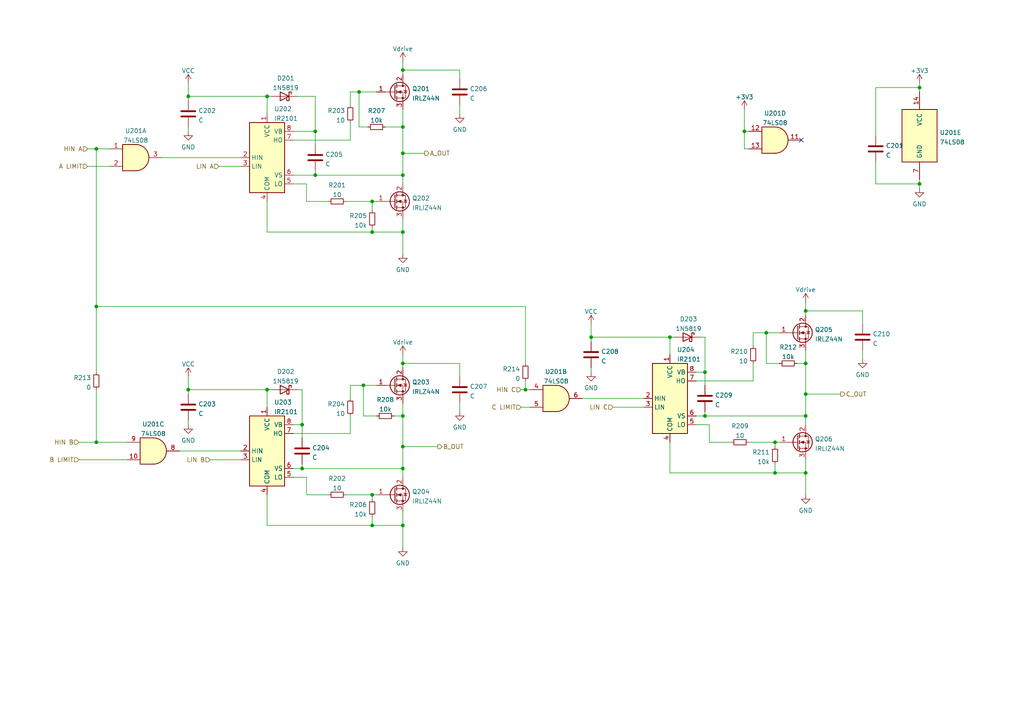
<source format=kicad_sch>
(kicad_sch (version 20211123) (generator eeschema)

  (uuid 244332e8-a0cf-48ba-acee-ae8ccf0ee567)

  (paper "A4")

  (lib_symbols
    (symbol "74xx:74LS08" (pin_names (offset 1.016)) (in_bom yes) (on_board yes)
      (property "Reference" "U" (id 0) (at 0 1.27 0)
        (effects (font (size 1.27 1.27)))
      )
      (property "Value" "74LS08" (id 1) (at 0 -1.27 0)
        (effects (font (size 1.27 1.27)))
      )
      (property "Footprint" "" (id 2) (at 0 0 0)
        (effects (font (size 1.27 1.27)) hide)
      )
      (property "Datasheet" "http://www.ti.com/lit/gpn/sn74LS08" (id 3) (at 0 0 0)
        (effects (font (size 1.27 1.27)) hide)
      )
      (property "ki_locked" "" (id 4) (at 0 0 0)
        (effects (font (size 1.27 1.27)))
      )
      (property "ki_keywords" "TTL and2" (id 5) (at 0 0 0)
        (effects (font (size 1.27 1.27)) hide)
      )
      (property "ki_description" "Quad And2" (id 6) (at 0 0 0)
        (effects (font (size 1.27 1.27)) hide)
      )
      (property "ki_fp_filters" "DIP*W7.62mm*" (id 7) (at 0 0 0)
        (effects (font (size 1.27 1.27)) hide)
      )
      (symbol "74LS08_1_1"
        (arc (start 0 -3.81) (mid 3.81 0) (end 0 3.81)
          (stroke (width 0.254) (type default) (color 0 0 0 0))
          (fill (type background))
        )
        (polyline
          (pts
            (xy 0 3.81)
            (xy -3.81 3.81)
            (xy -3.81 -3.81)
            (xy 0 -3.81)
          )
          (stroke (width 0.254) (type default) (color 0 0 0 0))
          (fill (type background))
        )
        (pin input line (at -7.62 2.54 0) (length 3.81)
          (name "~" (effects (font (size 1.27 1.27))))
          (number "1" (effects (font (size 1.27 1.27))))
        )
        (pin input line (at -7.62 -2.54 0) (length 3.81)
          (name "~" (effects (font (size 1.27 1.27))))
          (number "2" (effects (font (size 1.27 1.27))))
        )
        (pin output line (at 7.62 0 180) (length 3.81)
          (name "~" (effects (font (size 1.27 1.27))))
          (number "3" (effects (font (size 1.27 1.27))))
        )
      )
      (symbol "74LS08_1_2"
        (arc (start -3.81 -3.81) (mid -2.589 0) (end -3.81 3.81)
          (stroke (width 0.254) (type default) (color 0 0 0 0))
          (fill (type none))
        )
        (arc (start -0.6096 -3.81) (mid 2.1855 -2.584) (end 3.81 0)
          (stroke (width 0.254) (type default) (color 0 0 0 0))
          (fill (type background))
        )
        (polyline
          (pts
            (xy -3.81 -3.81)
            (xy -0.635 -3.81)
          )
          (stroke (width 0.254) (type default) (color 0 0 0 0))
          (fill (type background))
        )
        (polyline
          (pts
            (xy -3.81 3.81)
            (xy -0.635 3.81)
          )
          (stroke (width 0.254) (type default) (color 0 0 0 0))
          (fill (type background))
        )
        (polyline
          (pts
            (xy -0.635 3.81)
            (xy -3.81 3.81)
            (xy -3.81 3.81)
            (xy -3.556 3.4036)
            (xy -3.0226 2.2606)
            (xy -2.6924 1.0414)
            (xy -2.6162 -0.254)
            (xy -2.7686 -1.4986)
            (xy -3.175 -2.7178)
            (xy -3.81 -3.81)
            (xy -3.81 -3.81)
            (xy -0.635 -3.81)
          )
          (stroke (width -25.4) (type default) (color 0 0 0 0))
          (fill (type background))
        )
        (arc (start 3.81 0) (mid 2.1928 2.5925) (end -0.6096 3.81)
          (stroke (width 0.254) (type default) (color 0 0 0 0))
          (fill (type background))
        )
        (pin input inverted (at -7.62 2.54 0) (length 4.318)
          (name "~" (effects (font (size 1.27 1.27))))
          (number "1" (effects (font (size 1.27 1.27))))
        )
        (pin input inverted (at -7.62 -2.54 0) (length 4.318)
          (name "~" (effects (font (size 1.27 1.27))))
          (number "2" (effects (font (size 1.27 1.27))))
        )
        (pin output inverted (at 7.62 0 180) (length 3.81)
          (name "~" (effects (font (size 1.27 1.27))))
          (number "3" (effects (font (size 1.27 1.27))))
        )
      )
      (symbol "74LS08_2_1"
        (arc (start 0 -3.81) (mid 3.81 0) (end 0 3.81)
          (stroke (width 0.254) (type default) (color 0 0 0 0))
          (fill (type background))
        )
        (polyline
          (pts
            (xy 0 3.81)
            (xy -3.81 3.81)
            (xy -3.81 -3.81)
            (xy 0 -3.81)
          )
          (stroke (width 0.254) (type default) (color 0 0 0 0))
          (fill (type background))
        )
        (pin input line (at -7.62 2.54 0) (length 3.81)
          (name "~" (effects (font (size 1.27 1.27))))
          (number "4" (effects (font (size 1.27 1.27))))
        )
        (pin input line (at -7.62 -2.54 0) (length 3.81)
          (name "~" (effects (font (size 1.27 1.27))))
          (number "5" (effects (font (size 1.27 1.27))))
        )
        (pin output line (at 7.62 0 180) (length 3.81)
          (name "~" (effects (font (size 1.27 1.27))))
          (number "6" (effects (font (size 1.27 1.27))))
        )
      )
      (symbol "74LS08_2_2"
        (arc (start -3.81 -3.81) (mid -2.589 0) (end -3.81 3.81)
          (stroke (width 0.254) (type default) (color 0 0 0 0))
          (fill (type none))
        )
        (arc (start -0.6096 -3.81) (mid 2.1855 -2.584) (end 3.81 0)
          (stroke (width 0.254) (type default) (color 0 0 0 0))
          (fill (type background))
        )
        (polyline
          (pts
            (xy -3.81 -3.81)
            (xy -0.635 -3.81)
          )
          (stroke (width 0.254) (type default) (color 0 0 0 0))
          (fill (type background))
        )
        (polyline
          (pts
            (xy -3.81 3.81)
            (xy -0.635 3.81)
          )
          (stroke (width 0.254) (type default) (color 0 0 0 0))
          (fill (type background))
        )
        (polyline
          (pts
            (xy -0.635 3.81)
            (xy -3.81 3.81)
            (xy -3.81 3.81)
            (xy -3.556 3.4036)
            (xy -3.0226 2.2606)
            (xy -2.6924 1.0414)
            (xy -2.6162 -0.254)
            (xy -2.7686 -1.4986)
            (xy -3.175 -2.7178)
            (xy -3.81 -3.81)
            (xy -3.81 -3.81)
            (xy -0.635 -3.81)
          )
          (stroke (width -25.4) (type default) (color 0 0 0 0))
          (fill (type background))
        )
        (arc (start 3.81 0) (mid 2.1928 2.5925) (end -0.6096 3.81)
          (stroke (width 0.254) (type default) (color 0 0 0 0))
          (fill (type background))
        )
        (pin input inverted (at -7.62 2.54 0) (length 4.318)
          (name "~" (effects (font (size 1.27 1.27))))
          (number "4" (effects (font (size 1.27 1.27))))
        )
        (pin input inverted (at -7.62 -2.54 0) (length 4.318)
          (name "~" (effects (font (size 1.27 1.27))))
          (number "5" (effects (font (size 1.27 1.27))))
        )
        (pin output inverted (at 7.62 0 180) (length 3.81)
          (name "~" (effects (font (size 1.27 1.27))))
          (number "6" (effects (font (size 1.27 1.27))))
        )
      )
      (symbol "74LS08_3_1"
        (arc (start 0 -3.81) (mid 3.81 0) (end 0 3.81)
          (stroke (width 0.254) (type default) (color 0 0 0 0))
          (fill (type background))
        )
        (polyline
          (pts
            (xy 0 3.81)
            (xy -3.81 3.81)
            (xy -3.81 -3.81)
            (xy 0 -3.81)
          )
          (stroke (width 0.254) (type default) (color 0 0 0 0))
          (fill (type background))
        )
        (pin input line (at -7.62 -2.54 0) (length 3.81)
          (name "~" (effects (font (size 1.27 1.27))))
          (number "10" (effects (font (size 1.27 1.27))))
        )
        (pin output line (at 7.62 0 180) (length 3.81)
          (name "~" (effects (font (size 1.27 1.27))))
          (number "8" (effects (font (size 1.27 1.27))))
        )
        (pin input line (at -7.62 2.54 0) (length 3.81)
          (name "~" (effects (font (size 1.27 1.27))))
          (number "9" (effects (font (size 1.27 1.27))))
        )
      )
      (symbol "74LS08_3_2"
        (arc (start -3.81 -3.81) (mid -2.589 0) (end -3.81 3.81)
          (stroke (width 0.254) (type default) (color 0 0 0 0))
          (fill (type none))
        )
        (arc (start -0.6096 -3.81) (mid 2.1855 -2.584) (end 3.81 0)
          (stroke (width 0.254) (type default) (color 0 0 0 0))
          (fill (type background))
        )
        (polyline
          (pts
            (xy -3.81 -3.81)
            (xy -0.635 -3.81)
          )
          (stroke (width 0.254) (type default) (color 0 0 0 0))
          (fill (type background))
        )
        (polyline
          (pts
            (xy -3.81 3.81)
            (xy -0.635 3.81)
          )
          (stroke (width 0.254) (type default) (color 0 0 0 0))
          (fill (type background))
        )
        (polyline
          (pts
            (xy -0.635 3.81)
            (xy -3.81 3.81)
            (xy -3.81 3.81)
            (xy -3.556 3.4036)
            (xy -3.0226 2.2606)
            (xy -2.6924 1.0414)
            (xy -2.6162 -0.254)
            (xy -2.7686 -1.4986)
            (xy -3.175 -2.7178)
            (xy -3.81 -3.81)
            (xy -3.81 -3.81)
            (xy -0.635 -3.81)
          )
          (stroke (width -25.4) (type default) (color 0 0 0 0))
          (fill (type background))
        )
        (arc (start 3.81 0) (mid 2.1928 2.5925) (end -0.6096 3.81)
          (stroke (width 0.254) (type default) (color 0 0 0 0))
          (fill (type background))
        )
        (pin input inverted (at -7.62 -2.54 0) (length 4.318)
          (name "~" (effects (font (size 1.27 1.27))))
          (number "10" (effects (font (size 1.27 1.27))))
        )
        (pin output inverted (at 7.62 0 180) (length 3.81)
          (name "~" (effects (font (size 1.27 1.27))))
          (number "8" (effects (font (size 1.27 1.27))))
        )
        (pin input inverted (at -7.62 2.54 0) (length 4.318)
          (name "~" (effects (font (size 1.27 1.27))))
          (number "9" (effects (font (size 1.27 1.27))))
        )
      )
      (symbol "74LS08_4_1"
        (arc (start 0 -3.81) (mid 3.81 0) (end 0 3.81)
          (stroke (width 0.254) (type default) (color 0 0 0 0))
          (fill (type background))
        )
        (polyline
          (pts
            (xy 0 3.81)
            (xy -3.81 3.81)
            (xy -3.81 -3.81)
            (xy 0 -3.81)
          )
          (stroke (width 0.254) (type default) (color 0 0 0 0))
          (fill (type background))
        )
        (pin output line (at 7.62 0 180) (length 3.81)
          (name "~" (effects (font (size 1.27 1.27))))
          (number "11" (effects (font (size 1.27 1.27))))
        )
        (pin input line (at -7.62 2.54 0) (length 3.81)
          (name "~" (effects (font (size 1.27 1.27))))
          (number "12" (effects (font (size 1.27 1.27))))
        )
        (pin input line (at -7.62 -2.54 0) (length 3.81)
          (name "~" (effects (font (size 1.27 1.27))))
          (number "13" (effects (font (size 1.27 1.27))))
        )
      )
      (symbol "74LS08_4_2"
        (arc (start -3.81 -3.81) (mid -2.589 0) (end -3.81 3.81)
          (stroke (width 0.254) (type default) (color 0 0 0 0))
          (fill (type none))
        )
        (arc (start -0.6096 -3.81) (mid 2.1855 -2.584) (end 3.81 0)
          (stroke (width 0.254) (type default) (color 0 0 0 0))
          (fill (type background))
        )
        (polyline
          (pts
            (xy -3.81 -3.81)
            (xy -0.635 -3.81)
          )
          (stroke (width 0.254) (type default) (color 0 0 0 0))
          (fill (type background))
        )
        (polyline
          (pts
            (xy -3.81 3.81)
            (xy -0.635 3.81)
          )
          (stroke (width 0.254) (type default) (color 0 0 0 0))
          (fill (type background))
        )
        (polyline
          (pts
            (xy -0.635 3.81)
            (xy -3.81 3.81)
            (xy -3.81 3.81)
            (xy -3.556 3.4036)
            (xy -3.0226 2.2606)
            (xy -2.6924 1.0414)
            (xy -2.6162 -0.254)
            (xy -2.7686 -1.4986)
            (xy -3.175 -2.7178)
            (xy -3.81 -3.81)
            (xy -3.81 -3.81)
            (xy -0.635 -3.81)
          )
          (stroke (width -25.4) (type default) (color 0 0 0 0))
          (fill (type background))
        )
        (arc (start 3.81 0) (mid 2.1928 2.5925) (end -0.6096 3.81)
          (stroke (width 0.254) (type default) (color 0 0 0 0))
          (fill (type background))
        )
        (pin output inverted (at 7.62 0 180) (length 3.81)
          (name "~" (effects (font (size 1.27 1.27))))
          (number "11" (effects (font (size 1.27 1.27))))
        )
        (pin input inverted (at -7.62 2.54 0) (length 4.318)
          (name "~" (effects (font (size 1.27 1.27))))
          (number "12" (effects (font (size 1.27 1.27))))
        )
        (pin input inverted (at -7.62 -2.54 0) (length 4.318)
          (name "~" (effects (font (size 1.27 1.27))))
          (number "13" (effects (font (size 1.27 1.27))))
        )
      )
      (symbol "74LS08_5_0"
        (pin power_in line (at 0 12.7 270) (length 5.08)
          (name "VCC" (effects (font (size 1.27 1.27))))
          (number "14" (effects (font (size 1.27 1.27))))
        )
        (pin power_in line (at 0 -12.7 90) (length 5.08)
          (name "GND" (effects (font (size 1.27 1.27))))
          (number "7" (effects (font (size 1.27 1.27))))
        )
      )
      (symbol "74LS08_5_1"
        (rectangle (start -5.08 7.62) (end 5.08 -7.62)
          (stroke (width 0.254) (type default) (color 0 0 0 0))
          (fill (type background))
        )
      )
    )
    (symbol "Device:C" (pin_numbers hide) (pin_names (offset 0.254)) (in_bom yes) (on_board yes)
      (property "Reference" "C" (id 0) (at 0.635 2.54 0)
        (effects (font (size 1.27 1.27)) (justify left))
      )
      (property "Value" "C" (id 1) (at 0.635 -2.54 0)
        (effects (font (size 1.27 1.27)) (justify left))
      )
      (property "Footprint" "" (id 2) (at 0.9652 -3.81 0)
        (effects (font (size 1.27 1.27)) hide)
      )
      (property "Datasheet" "~" (id 3) (at 0 0 0)
        (effects (font (size 1.27 1.27)) hide)
      )
      (property "ki_keywords" "cap capacitor" (id 4) (at 0 0 0)
        (effects (font (size 1.27 1.27)) hide)
      )
      (property "ki_description" "Unpolarized capacitor" (id 5) (at 0 0 0)
        (effects (font (size 1.27 1.27)) hide)
      )
      (property "ki_fp_filters" "C_*" (id 6) (at 0 0 0)
        (effects (font (size 1.27 1.27)) hide)
      )
      (symbol "C_0_1"
        (polyline
          (pts
            (xy -2.032 -0.762)
            (xy 2.032 -0.762)
          )
          (stroke (width 0.508) (type default) (color 0 0 0 0))
          (fill (type none))
        )
        (polyline
          (pts
            (xy -2.032 0.762)
            (xy 2.032 0.762)
          )
          (stroke (width 0.508) (type default) (color 0 0 0 0))
          (fill (type none))
        )
      )
      (symbol "C_1_1"
        (pin passive line (at 0 3.81 270) (length 2.794)
          (name "~" (effects (font (size 1.27 1.27))))
          (number "1" (effects (font (size 1.27 1.27))))
        )
        (pin passive line (at 0 -3.81 90) (length 2.794)
          (name "~" (effects (font (size 1.27 1.27))))
          (number "2" (effects (font (size 1.27 1.27))))
        )
      )
    )
    (symbol "Device:R_Small" (pin_numbers hide) (pin_names (offset 0.254) hide) (in_bom yes) (on_board yes)
      (property "Reference" "R" (id 0) (at 0.762 0.508 0)
        (effects (font (size 1.27 1.27)) (justify left))
      )
      (property "Value" "R_Small" (id 1) (at 0.762 -1.016 0)
        (effects (font (size 1.27 1.27)) (justify left))
      )
      (property "Footprint" "" (id 2) (at 0 0 0)
        (effects (font (size 1.27 1.27)) hide)
      )
      (property "Datasheet" "~" (id 3) (at 0 0 0)
        (effects (font (size 1.27 1.27)) hide)
      )
      (property "ki_keywords" "R resistor" (id 4) (at 0 0 0)
        (effects (font (size 1.27 1.27)) hide)
      )
      (property "ki_description" "Resistor, small symbol" (id 5) (at 0 0 0)
        (effects (font (size 1.27 1.27)) hide)
      )
      (property "ki_fp_filters" "R_*" (id 6) (at 0 0 0)
        (effects (font (size 1.27 1.27)) hide)
      )
      (symbol "R_Small_0_1"
        (rectangle (start -0.762 1.778) (end 0.762 -1.778)
          (stroke (width 0.2032) (type default) (color 0 0 0 0))
          (fill (type none))
        )
      )
      (symbol "R_Small_1_1"
        (pin passive line (at 0 2.54 270) (length 0.762)
          (name "~" (effects (font (size 1.27 1.27))))
          (number "1" (effects (font (size 1.27 1.27))))
        )
        (pin passive line (at 0 -2.54 90) (length 0.762)
          (name "~" (effects (font (size 1.27 1.27))))
          (number "2" (effects (font (size 1.27 1.27))))
        )
      )
    )
    (symbol "Diode:1N5819" (pin_numbers hide) (pin_names (offset 1.016) hide) (in_bom yes) (on_board yes)
      (property "Reference" "D" (id 0) (at 0 2.54 0)
        (effects (font (size 1.27 1.27)))
      )
      (property "Value" "1N5819" (id 1) (at 0 -2.54 0)
        (effects (font (size 1.27 1.27)))
      )
      (property "Footprint" "Diode_THT:D_DO-41_SOD81_P10.16mm_Horizontal" (id 2) (at 0 -4.445 0)
        (effects (font (size 1.27 1.27)) hide)
      )
      (property "Datasheet" "http://www.vishay.com/docs/88525/1n5817.pdf" (id 3) (at 0 0 0)
        (effects (font (size 1.27 1.27)) hide)
      )
      (property "ki_keywords" "diode Schottky" (id 4) (at 0 0 0)
        (effects (font (size 1.27 1.27)) hide)
      )
      (property "ki_description" "40V 1A Schottky Barrier Rectifier Diode, DO-41" (id 5) (at 0 0 0)
        (effects (font (size 1.27 1.27)) hide)
      )
      (property "ki_fp_filters" "D*DO?41*" (id 6) (at 0 0 0)
        (effects (font (size 1.27 1.27)) hide)
      )
      (symbol "1N5819_0_1"
        (polyline
          (pts
            (xy 1.27 0)
            (xy -1.27 0)
          )
          (stroke (width 0) (type default) (color 0 0 0 0))
          (fill (type none))
        )
        (polyline
          (pts
            (xy 1.27 1.27)
            (xy 1.27 -1.27)
            (xy -1.27 0)
            (xy 1.27 1.27)
          )
          (stroke (width 0.254) (type default) (color 0 0 0 0))
          (fill (type none))
        )
        (polyline
          (pts
            (xy -1.905 0.635)
            (xy -1.905 1.27)
            (xy -1.27 1.27)
            (xy -1.27 -1.27)
            (xy -0.635 -1.27)
            (xy -0.635 -0.635)
          )
          (stroke (width 0.254) (type default) (color 0 0 0 0))
          (fill (type none))
        )
      )
      (symbol "1N5819_1_1"
        (pin passive line (at -3.81 0 0) (length 2.54)
          (name "K" (effects (font (size 1.27 1.27))))
          (number "1" (effects (font (size 1.27 1.27))))
        )
        (pin passive line (at 3.81 0 180) (length 2.54)
          (name "A" (effects (font (size 1.27 1.27))))
          (number "2" (effects (font (size 1.27 1.27))))
        )
      )
    )
    (symbol "Driver_FET:IR2101" (in_bom yes) (on_board yes)
      (property "Reference" "U" (id 0) (at 1.27 13.335 0)
        (effects (font (size 1.27 1.27)) (justify left))
      )
      (property "Value" "IR2101" (id 1) (at 1.27 11.43 0)
        (effects (font (size 1.27 1.27)) (justify left))
      )
      (property "Footprint" "" (id 2) (at 0 0 0)
        (effects (font (size 1.27 1.27) italic) hide)
      )
      (property "Datasheet" "https://www.infineon.com/dgdl/ir2101.pdf?fileId=5546d462533600a4015355c7a755166c" (id 3) (at 0 0 0)
        (effects (font (size 1.27 1.27)) hide)
      )
      (property "ki_keywords" "Gate Driver" (id 4) (at 0 0 0)
        (effects (font (size 1.27 1.27)) hide)
      )
      (property "ki_description" "High and Low Side Driver, 600V, 210/360mA, PDIP-8/SOIC-8" (id 5) (at 0 0 0)
        (effects (font (size 1.27 1.27)) hide)
      )
      (property "ki_fp_filters" "SOIC*3.9x4.9mm*P1.27mm* DIP*W7.62mm*" (id 6) (at 0 0 0)
        (effects (font (size 1.27 1.27)) hide)
      )
      (symbol "IR2101_0_1"
        (rectangle (start -5.08 -10.16) (end 5.08 10.16)
          (stroke (width 0.254) (type default) (color 0 0 0 0))
          (fill (type background))
        )
      )
      (symbol "IR2101_1_1"
        (pin power_in line (at 0 12.7 270) (length 2.54)
          (name "VCC" (effects (font (size 1.27 1.27))))
          (number "1" (effects (font (size 1.27 1.27))))
        )
        (pin input line (at -7.62 0 0) (length 2.54)
          (name "HIN" (effects (font (size 1.27 1.27))))
          (number "2" (effects (font (size 1.27 1.27))))
        )
        (pin input line (at -7.62 -2.54 0) (length 2.54)
          (name "LIN" (effects (font (size 1.27 1.27))))
          (number "3" (effects (font (size 1.27 1.27))))
        )
        (pin power_in line (at 0 -12.7 90) (length 2.54)
          (name "COM" (effects (font (size 1.27 1.27))))
          (number "4" (effects (font (size 1.27 1.27))))
        )
        (pin output line (at 7.62 -7.62 180) (length 2.54)
          (name "LO" (effects (font (size 1.27 1.27))))
          (number "5" (effects (font (size 1.27 1.27))))
        )
        (pin passive line (at 7.62 -5.08 180) (length 2.54)
          (name "VS" (effects (font (size 1.27 1.27))))
          (number "6" (effects (font (size 1.27 1.27))))
        )
        (pin output line (at 7.62 5.08 180) (length 2.54)
          (name "HO" (effects (font (size 1.27 1.27))))
          (number "7" (effects (font (size 1.27 1.27))))
        )
        (pin passive line (at 7.62 7.62 180) (length 2.54)
          (name "VB" (effects (font (size 1.27 1.27))))
          (number "8" (effects (font (size 1.27 1.27))))
        )
      )
    )
    (symbol "Transistor_FET:IRLIZ44N" (pin_names hide) (in_bom yes) (on_board yes)
      (property "Reference" "Q" (id 0) (at 6.35 1.905 0)
        (effects (font (size 1.27 1.27)) (justify left))
      )
      (property "Value" "IRLIZ44N" (id 1) (at 6.35 0 0)
        (effects (font (size 1.27 1.27)) (justify left))
      )
      (property "Footprint" "Package_TO_SOT_THT:TO-220F-3_Vertical" (id 2) (at 6.35 -1.905 0)
        (effects (font (size 1.27 1.27) italic) (justify left) hide)
      )
      (property "Datasheet" "http://www.irf.com/product-info/datasheets/data/irliz44n.pdf" (id 3) (at 0 0 0)
        (effects (font (size 1.27 1.27)) (justify left) hide)
      )
      (property "ki_keywords" "N-Channel HEXFET MOSFET Logic-Level" (id 4) (at 0 0 0)
        (effects (font (size 1.27 1.27)) hide)
      )
      (property "ki_description" "30A Id, 55V Vds, 22mOhm Rds, N-Channel HEXFET Power MOSFET, TO-220AB" (id 5) (at 0 0 0)
        (effects (font (size 1.27 1.27)) hide)
      )
      (property "ki_fp_filters" "TO?220F*" (id 6) (at 0 0 0)
        (effects (font (size 1.27 1.27)) hide)
      )
      (symbol "IRLIZ44N_0_1"
        (polyline
          (pts
            (xy 0.254 0)
            (xy -2.54 0)
          )
          (stroke (width 0) (type default) (color 0 0 0 0))
          (fill (type none))
        )
        (polyline
          (pts
            (xy 0.254 1.905)
            (xy 0.254 -1.905)
          )
          (stroke (width 0.254) (type default) (color 0 0 0 0))
          (fill (type none))
        )
        (polyline
          (pts
            (xy 0.762 -1.27)
            (xy 0.762 -2.286)
          )
          (stroke (width 0.254) (type default) (color 0 0 0 0))
          (fill (type none))
        )
        (polyline
          (pts
            (xy 0.762 0.508)
            (xy 0.762 -0.508)
          )
          (stroke (width 0.254) (type default) (color 0 0 0 0))
          (fill (type none))
        )
        (polyline
          (pts
            (xy 0.762 2.286)
            (xy 0.762 1.27)
          )
          (stroke (width 0.254) (type default) (color 0 0 0 0))
          (fill (type none))
        )
        (polyline
          (pts
            (xy 2.54 2.54)
            (xy 2.54 1.778)
          )
          (stroke (width 0) (type default) (color 0 0 0 0))
          (fill (type none))
        )
        (polyline
          (pts
            (xy 2.54 -2.54)
            (xy 2.54 0)
            (xy 0.762 0)
          )
          (stroke (width 0) (type default) (color 0 0 0 0))
          (fill (type none))
        )
        (polyline
          (pts
            (xy 0.762 -1.778)
            (xy 3.302 -1.778)
            (xy 3.302 1.778)
            (xy 0.762 1.778)
          )
          (stroke (width 0) (type default) (color 0 0 0 0))
          (fill (type none))
        )
        (polyline
          (pts
            (xy 1.016 0)
            (xy 2.032 0.381)
            (xy 2.032 -0.381)
            (xy 1.016 0)
          )
          (stroke (width 0) (type default) (color 0 0 0 0))
          (fill (type outline))
        )
        (polyline
          (pts
            (xy 2.794 0.508)
            (xy 2.921 0.381)
            (xy 3.683 0.381)
            (xy 3.81 0.254)
          )
          (stroke (width 0) (type default) (color 0 0 0 0))
          (fill (type none))
        )
        (polyline
          (pts
            (xy 3.302 0.381)
            (xy 2.921 -0.254)
            (xy 3.683 -0.254)
            (xy 3.302 0.381)
          )
          (stroke (width 0) (type default) (color 0 0 0 0))
          (fill (type none))
        )
        (circle (center 1.651 0) (radius 2.794)
          (stroke (width 0.254) (type default) (color 0 0 0 0))
          (fill (type none))
        )
        (circle (center 2.54 -1.778) (radius 0.254)
          (stroke (width 0) (type default) (color 0 0 0 0))
          (fill (type outline))
        )
        (circle (center 2.54 1.778) (radius 0.254)
          (stroke (width 0) (type default) (color 0 0 0 0))
          (fill (type outline))
        )
      )
      (symbol "IRLIZ44N_1_1"
        (pin input line (at -5.08 0 0) (length 2.54)
          (name "G" (effects (font (size 1.27 1.27))))
          (number "1" (effects (font (size 1.27 1.27))))
        )
        (pin passive line (at 2.54 5.08 270) (length 2.54)
          (name "D" (effects (font (size 1.27 1.27))))
          (number "2" (effects (font (size 1.27 1.27))))
        )
        (pin passive line (at 2.54 -5.08 90) (length 2.54)
          (name "S" (effects (font (size 1.27 1.27))))
          (number "3" (effects (font (size 1.27 1.27))))
        )
      )
    )
    (symbol "Transistor_FET:IRLZ44N" (pin_names hide) (in_bom yes) (on_board yes)
      (property "Reference" "Q" (id 0) (at 6.35 1.905 0)
        (effects (font (size 1.27 1.27)) (justify left))
      )
      (property "Value" "IRLZ44N" (id 1) (at 6.35 0 0)
        (effects (font (size 1.27 1.27)) (justify left))
      )
      (property "Footprint" "Package_TO_SOT_THT:TO-220-3_Vertical" (id 2) (at 6.35 -1.905 0)
        (effects (font (size 1.27 1.27) italic) (justify left) hide)
      )
      (property "Datasheet" "http://www.irf.com/product-info/datasheets/data/irlz44n.pdf" (id 3) (at 0 0 0)
        (effects (font (size 1.27 1.27)) (justify left) hide)
      )
      (property "ki_keywords" "N-Channel HEXFET MOSFET Logic-Level" (id 4) (at 0 0 0)
        (effects (font (size 1.27 1.27)) hide)
      )
      (property "ki_description" "47A Id, 55V Vds, 22mOhm Rds Single N-Channel HEXFET Power MOSFET, TO-220AB" (id 5) (at 0 0 0)
        (effects (font (size 1.27 1.27)) hide)
      )
      (property "ki_fp_filters" "TO?220*" (id 6) (at 0 0 0)
        (effects (font (size 1.27 1.27)) hide)
      )
      (symbol "IRLZ44N_0_1"
        (polyline
          (pts
            (xy 0.254 0)
            (xy -2.54 0)
          )
          (stroke (width 0) (type default) (color 0 0 0 0))
          (fill (type none))
        )
        (polyline
          (pts
            (xy 0.254 1.905)
            (xy 0.254 -1.905)
          )
          (stroke (width 0.254) (type default) (color 0 0 0 0))
          (fill (type none))
        )
        (polyline
          (pts
            (xy 0.762 -1.27)
            (xy 0.762 -2.286)
          )
          (stroke (width 0.254) (type default) (color 0 0 0 0))
          (fill (type none))
        )
        (polyline
          (pts
            (xy 0.762 0.508)
            (xy 0.762 -0.508)
          )
          (stroke (width 0.254) (type default) (color 0 0 0 0))
          (fill (type none))
        )
        (polyline
          (pts
            (xy 0.762 2.286)
            (xy 0.762 1.27)
          )
          (stroke (width 0.254) (type default) (color 0 0 0 0))
          (fill (type none))
        )
        (polyline
          (pts
            (xy 2.54 2.54)
            (xy 2.54 1.778)
          )
          (stroke (width 0) (type default) (color 0 0 0 0))
          (fill (type none))
        )
        (polyline
          (pts
            (xy 2.54 -2.54)
            (xy 2.54 0)
            (xy 0.762 0)
          )
          (stroke (width 0) (type default) (color 0 0 0 0))
          (fill (type none))
        )
        (polyline
          (pts
            (xy 0.762 -1.778)
            (xy 3.302 -1.778)
            (xy 3.302 1.778)
            (xy 0.762 1.778)
          )
          (stroke (width 0) (type default) (color 0 0 0 0))
          (fill (type none))
        )
        (polyline
          (pts
            (xy 1.016 0)
            (xy 2.032 0.381)
            (xy 2.032 -0.381)
            (xy 1.016 0)
          )
          (stroke (width 0) (type default) (color 0 0 0 0))
          (fill (type outline))
        )
        (polyline
          (pts
            (xy 2.794 0.508)
            (xy 2.921 0.381)
            (xy 3.683 0.381)
            (xy 3.81 0.254)
          )
          (stroke (width 0) (type default) (color 0 0 0 0))
          (fill (type none))
        )
        (polyline
          (pts
            (xy 3.302 0.381)
            (xy 2.921 -0.254)
            (xy 3.683 -0.254)
            (xy 3.302 0.381)
          )
          (stroke (width 0) (type default) (color 0 0 0 0))
          (fill (type none))
        )
        (circle (center 1.651 0) (radius 2.794)
          (stroke (width 0.254) (type default) (color 0 0 0 0))
          (fill (type none))
        )
        (circle (center 2.54 -1.778) (radius 0.254)
          (stroke (width 0) (type default) (color 0 0 0 0))
          (fill (type outline))
        )
        (circle (center 2.54 1.778) (radius 0.254)
          (stroke (width 0) (type default) (color 0 0 0 0))
          (fill (type outline))
        )
      )
      (symbol "IRLZ44N_1_1"
        (pin input line (at -5.08 0 0) (length 2.54)
          (name "G" (effects (font (size 1.27 1.27))))
          (number "1" (effects (font (size 1.27 1.27))))
        )
        (pin passive line (at 2.54 5.08 270) (length 2.54)
          (name "D" (effects (font (size 1.27 1.27))))
          (number "2" (effects (font (size 1.27 1.27))))
        )
        (pin passive line (at 2.54 -5.08 90) (length 2.54)
          (name "S" (effects (font (size 1.27 1.27))))
          (number "3" (effects (font (size 1.27 1.27))))
        )
      )
    )
    (symbol "power:+3V3" (power) (pin_names (offset 0)) (in_bom yes) (on_board yes)
      (property "Reference" "#PWR" (id 0) (at 0 -3.81 0)
        (effects (font (size 1.27 1.27)) hide)
      )
      (property "Value" "+3V3" (id 1) (at 0 3.556 0)
        (effects (font (size 1.27 1.27)))
      )
      (property "Footprint" "" (id 2) (at 0 0 0)
        (effects (font (size 1.27 1.27)) hide)
      )
      (property "Datasheet" "" (id 3) (at 0 0 0)
        (effects (font (size 1.27 1.27)) hide)
      )
      (property "ki_keywords" "power-flag" (id 4) (at 0 0 0)
        (effects (font (size 1.27 1.27)) hide)
      )
      (property "ki_description" "Power symbol creates a global label with name \"+3V3\"" (id 5) (at 0 0 0)
        (effects (font (size 1.27 1.27)) hide)
      )
      (symbol "+3V3_0_1"
        (polyline
          (pts
            (xy -0.762 1.27)
            (xy 0 2.54)
          )
          (stroke (width 0) (type default) (color 0 0 0 0))
          (fill (type none))
        )
        (polyline
          (pts
            (xy 0 0)
            (xy 0 2.54)
          )
          (stroke (width 0) (type default) (color 0 0 0 0))
          (fill (type none))
        )
        (polyline
          (pts
            (xy 0 2.54)
            (xy 0.762 1.27)
          )
          (stroke (width 0) (type default) (color 0 0 0 0))
          (fill (type none))
        )
      )
      (symbol "+3V3_1_1"
        (pin power_in line (at 0 0 90) (length 0) hide
          (name "+3V3" (effects (font (size 1.27 1.27))))
          (number "1" (effects (font (size 1.27 1.27))))
        )
      )
    )
    (symbol "power:GND" (power) (pin_names (offset 0)) (in_bom yes) (on_board yes)
      (property "Reference" "#PWR" (id 0) (at 0 -6.35 0)
        (effects (font (size 1.27 1.27)) hide)
      )
      (property "Value" "GND" (id 1) (at 0 -3.81 0)
        (effects (font (size 1.27 1.27)))
      )
      (property "Footprint" "" (id 2) (at 0 0 0)
        (effects (font (size 1.27 1.27)) hide)
      )
      (property "Datasheet" "" (id 3) (at 0 0 0)
        (effects (font (size 1.27 1.27)) hide)
      )
      (property "ki_keywords" "power-flag" (id 4) (at 0 0 0)
        (effects (font (size 1.27 1.27)) hide)
      )
      (property "ki_description" "Power symbol creates a global label with name \"GND\" , ground" (id 5) (at 0 0 0)
        (effects (font (size 1.27 1.27)) hide)
      )
      (symbol "GND_0_1"
        (polyline
          (pts
            (xy 0 0)
            (xy 0 -1.27)
            (xy 1.27 -1.27)
            (xy 0 -2.54)
            (xy -1.27 -1.27)
            (xy 0 -1.27)
          )
          (stroke (width 0) (type default) (color 0 0 0 0))
          (fill (type none))
        )
      )
      (symbol "GND_1_1"
        (pin power_in line (at 0 0 270) (length 0) hide
          (name "GND" (effects (font (size 1.27 1.27))))
          (number "1" (effects (font (size 1.27 1.27))))
        )
      )
    )
    (symbol "power:VCC" (power) (pin_names (offset 0)) (in_bom yes) (on_board yes)
      (property "Reference" "#PWR" (id 0) (at 0 -3.81 0)
        (effects (font (size 1.27 1.27)) hide)
      )
      (property "Value" "VCC" (id 1) (at 0 3.81 0)
        (effects (font (size 1.27 1.27)))
      )
      (property "Footprint" "" (id 2) (at 0 0 0)
        (effects (font (size 1.27 1.27)) hide)
      )
      (property "Datasheet" "" (id 3) (at 0 0 0)
        (effects (font (size 1.27 1.27)) hide)
      )
      (property "ki_keywords" "power-flag" (id 4) (at 0 0 0)
        (effects (font (size 1.27 1.27)) hide)
      )
      (property "ki_description" "Power symbol creates a global label with name \"VCC\"" (id 5) (at 0 0 0)
        (effects (font (size 1.27 1.27)) hide)
      )
      (symbol "VCC_0_1"
        (polyline
          (pts
            (xy -0.762 1.27)
            (xy 0 2.54)
          )
          (stroke (width 0) (type default) (color 0 0 0 0))
          (fill (type none))
        )
        (polyline
          (pts
            (xy 0 0)
            (xy 0 2.54)
          )
          (stroke (width 0) (type default) (color 0 0 0 0))
          (fill (type none))
        )
        (polyline
          (pts
            (xy 0 2.54)
            (xy 0.762 1.27)
          )
          (stroke (width 0) (type default) (color 0 0 0 0))
          (fill (type none))
        )
      )
      (symbol "VCC_1_1"
        (pin power_in line (at 0 0 90) (length 0) hide
          (name "VCC" (effects (font (size 1.27 1.27))))
          (number "1" (effects (font (size 1.27 1.27))))
        )
      )
    )
    (symbol "power:Vdrive" (power) (pin_names (offset 0)) (in_bom yes) (on_board yes)
      (property "Reference" "#PWR" (id 0) (at -5.08 -3.81 0)
        (effects (font (size 1.27 1.27)) hide)
      )
      (property "Value" "Vdrive" (id 1) (at 0 3.81 0)
        (effects (font (size 1.27 1.27)))
      )
      (property "Footprint" "" (id 2) (at 0 0 0)
        (effects (font (size 1.27 1.27)) hide)
      )
      (property "Datasheet" "" (id 3) (at 0 0 0)
        (effects (font (size 1.27 1.27)) hide)
      )
      (property "ki_keywords" "power-flag" (id 4) (at 0 0 0)
        (effects (font (size 1.27 1.27)) hide)
      )
      (property "ki_description" "Power symbol creates a global label with name \"Vdrive\"" (id 5) (at 0 0 0)
        (effects (font (size 1.27 1.27)) hide)
      )
      (symbol "Vdrive_0_1"
        (polyline
          (pts
            (xy -0.762 1.27)
            (xy 0 2.54)
          )
          (stroke (width 0) (type default) (color 0 0 0 0))
          (fill (type none))
        )
        (polyline
          (pts
            (xy 0 0)
            (xy 0 2.54)
          )
          (stroke (width 0) (type default) (color 0 0 0 0))
          (fill (type none))
        )
        (polyline
          (pts
            (xy 0 2.54)
            (xy 0.762 1.27)
          )
          (stroke (width 0) (type default) (color 0 0 0 0))
          (fill (type none))
        )
      )
      (symbol "Vdrive_1_1"
        (pin power_in line (at 0 0 90) (length 0) hide
          (name "Vdrive" (effects (font (size 1.27 1.27))))
          (number "1" (effects (font (size 1.27 1.27))))
        )
      )
    )
  )

  (junction (at 152.4 113.03) (diameter 0) (color 0 0 0 0)
    (uuid 0b872e7f-c186-4845-9a8c-adcb68c6575f)
  )
  (junction (at 233.68 90.17) (diameter 0) (color 0 0 0 0)
    (uuid 1562b60a-d7b2-496f-b1a1-741c7deb6490)
  )
  (junction (at 116.84 36.83) (diameter 0) (color 0 0 0 0)
    (uuid 17c8cfd4-8db5-401a-a6ce-ea00e7288ba8)
  )
  (junction (at 77.47 113.03) (diameter 0) (color 0 0 0 0)
    (uuid 1d76b60a-8da5-421f-8287-436357d90d11)
  )
  (junction (at 116.84 129.54) (diameter 0) (color 0 0 0 0)
    (uuid 205b1ed9-90db-43aa-ace7-9e6cdb6772ce)
  )
  (junction (at 27.94 43.18) (diameter 0) (color 0 0 0 0)
    (uuid 2ab91e31-b06b-4b79-ac2c-e8d4ea5f9886)
  )
  (junction (at 116.84 135.89) (diameter 0) (color 0 0 0 0)
    (uuid 2bceab83-0522-4080-8ea4-1764f07277f3)
  )
  (junction (at 91.44 50.8) (diameter 0) (color 0 0 0 0)
    (uuid 38fe07ef-e16d-4c2a-9382-c56da4e5e045)
  )
  (junction (at 266.7 25.4) (diameter 0) (color 0 0 0 0)
    (uuid 45d9bd8c-83e8-4963-b84f-7965ecd1326f)
  )
  (junction (at 54.61 27.94) (diameter 0) (color 0 0 0 0)
    (uuid 5b60c30c-0b3c-4839-9346-1e3919534704)
  )
  (junction (at 77.47 27.94) (diameter 0) (color 0 0 0 0)
    (uuid 6489e508-276c-4e50-822c-47b9b15df508)
  )
  (junction (at 107.95 143.51) (diameter 0) (color 0 0 0 0)
    (uuid 64ea3067-d631-449f-abfb-a432e543a172)
  )
  (junction (at 116.84 44.45) (diameter 0) (color 0 0 0 0)
    (uuid 6e9f616b-a772-424b-b838-9a19a267350f)
  )
  (junction (at 27.94 88.9) (diameter 0) (color 0 0 0 0)
    (uuid 704fe01c-9bea-4d1b-b181-631e118172d7)
  )
  (junction (at 194.31 97.79) (diameter 0) (color 0 0 0 0)
    (uuid 777faa65-da2c-450c-88ae-d99372385c39)
  )
  (junction (at 87.63 135.89) (diameter 0) (color 0 0 0 0)
    (uuid 779a8862-54fb-4988-b947-75d23320fb4a)
  )
  (junction (at 116.84 20.32) (diameter 0) (color 0 0 0 0)
    (uuid 7be74833-5a07-4156-b67d-ec7dc2e641e6)
  )
  (junction (at 224.79 137.16) (diameter 0) (color 0 0 0 0)
    (uuid 7d882d37-9446-40a8-b572-568f316c3ecf)
  )
  (junction (at 233.68 137.16) (diameter 0) (color 0 0 0 0)
    (uuid 890a7b82-69b3-4743-b0ca-4c762cb26569)
  )
  (junction (at 204.47 107.95) (diameter 0) (color 0 0 0 0)
    (uuid 8b69a1cc-093b-4aa7-9aa7-c26faa176f2f)
  )
  (junction (at 215.9 38.1) (diameter 0) (color 0 0 0 0)
    (uuid 8fe82556-885a-4ba8-aef7-f936cc7209b9)
  )
  (junction (at 233.68 114.3) (diameter 0) (color 0 0 0 0)
    (uuid 90a0d4b6-0498-44da-aa30-e301ca5c5db5)
  )
  (junction (at 171.45 97.79) (diameter 0) (color 0 0 0 0)
    (uuid 9c76319e-f3d8-4b3c-81d0-ddffed92419f)
  )
  (junction (at 105.41 111.76) (diameter 0) (color 0 0 0 0)
    (uuid 9ff0f66b-6d18-4fd4-99ef-08c106fe3180)
  )
  (junction (at 107.95 58.42) (diameter 0) (color 0 0 0 0)
    (uuid b2ff1147-b7c8-4f86-b751-48d42cb63f1d)
  )
  (junction (at 116.84 50.8) (diameter 0) (color 0 0 0 0)
    (uuid b4ecea00-1db5-44fe-9fe0-3b6f531d359b)
  )
  (junction (at 116.84 105.41) (diameter 0) (color 0 0 0 0)
    (uuid bdffb03e-a73b-403f-9566-62515d75afb5)
  )
  (junction (at 233.68 120.65) (diameter 0) (color 0 0 0 0)
    (uuid bf5f8c9c-1c21-4cd1-b9fb-feb87b9455bd)
  )
  (junction (at 87.63 123.19) (diameter 0) (color 0 0 0 0)
    (uuid c0befb6d-0f65-49fc-8fa4-395a17509ad2)
  )
  (junction (at 224.79 128.27) (diameter 0) (color 0 0 0 0)
    (uuid c43a955c-b153-490a-b729-32ea09b46c3e)
  )
  (junction (at 107.95 152.4) (diameter 0) (color 0 0 0 0)
    (uuid c85bcbe8-1620-4697-9c2e-335ed16fb85b)
  )
  (junction (at 116.84 152.4) (diameter 0) (color 0 0 0 0)
    (uuid ca7ba7cc-2f6c-484a-9670-2a82e8cd91ca)
  )
  (junction (at 116.84 67.31) (diameter 0) (color 0 0 0 0)
    (uuid cb7a2557-0663-468f-bbed-b968f3deb9a4)
  )
  (junction (at 27.94 128.27) (diameter 0) (color 0 0 0 0)
    (uuid d0f8d959-7220-4746-9ba0-b5bb4503be04)
  )
  (junction (at 222.25 96.52) (diameter 0) (color 0 0 0 0)
    (uuid d55389a0-52b2-45d8-978d-9abbc304bd53)
  )
  (junction (at 54.61 113.03) (diameter 0) (color 0 0 0 0)
    (uuid e06227f7-d6e7-4f16-b0ac-893e5d8c6a2d)
  )
  (junction (at 233.68 105.41) (diameter 0) (color 0 0 0 0)
    (uuid e0b5112c-0e3e-4a08-a2f9-50bd0392a7fa)
  )
  (junction (at 116.84 120.65) (diameter 0) (color 0 0 0 0)
    (uuid e19209d0-5c50-4b53-bc37-89bfea7a1b13)
  )
  (junction (at 204.47 120.65) (diameter 0) (color 0 0 0 0)
    (uuid e70c3d5b-681a-473d-bb9a-749e3fb54767)
  )
  (junction (at 266.7 53.34) (diameter 0) (color 0 0 0 0)
    (uuid e93dd980-1152-4d24-bfb0-7a3f33312a3f)
  )
  (junction (at 91.44 38.1) (diameter 0) (color 0 0 0 0)
    (uuid ece01da8-53e0-427b-af2a-3022a6d37082)
  )
  (junction (at 107.95 67.31) (diameter 0) (color 0 0 0 0)
    (uuid faef271b-6120-4191-85c4-d6de41956362)
  )
  (junction (at 104.14 26.67) (diameter 0) (color 0 0 0 0)
    (uuid fc6addcd-9109-4626-a6a0-d6eeb5d9d5fe)
  )

  (no_connect (at 232.41 40.64) (uuid abfe0b28-d1eb-471a-b707-37bb460aa1a8))

  (wire (pts (xy 201.93 110.49) (xy 218.44 110.49))
    (stroke (width 0) (type default) (color 0 0 0 0))
    (uuid 01f5782f-1f0a-455a-94a1-7a7c4ac24d26)
  )
  (wire (pts (xy 233.68 114.3) (xy 243.84 114.3))
    (stroke (width 0) (type default) (color 0 0 0 0))
    (uuid 021dd865-0c6b-4d51-9696-e9b7cfedd026)
  )
  (wire (pts (xy 91.44 38.1) (xy 91.44 27.94))
    (stroke (width 0) (type default) (color 0 0 0 0))
    (uuid 04bab793-9ab8-4ef4-8395-6150cc436f21)
  )
  (wire (pts (xy 107.95 58.42) (xy 100.33 58.42))
    (stroke (width 0) (type default) (color 0 0 0 0))
    (uuid 0665f585-961e-46f2-be1a-ad8545bbff17)
  )
  (wire (pts (xy 101.6 26.67) (xy 104.14 26.67))
    (stroke (width 0) (type default) (color 0 0 0 0))
    (uuid 0991d272-465b-44f8-a83d-04d46502ac0a)
  )
  (wire (pts (xy 88.9 138.43) (xy 85.09 138.43))
    (stroke (width 0) (type default) (color 0 0 0 0))
    (uuid 0b033ce3-79e5-410a-9b7c-995785c3b77d)
  )
  (wire (pts (xy 116.84 152.4) (xy 107.95 152.4))
    (stroke (width 0) (type default) (color 0 0 0 0))
    (uuid 0b72ffc6-666f-4365-a8e2-e330a45de594)
  )
  (wire (pts (xy 106.68 36.83) (xy 104.14 36.83))
    (stroke (width 0) (type default) (color 0 0 0 0))
    (uuid 0b7cf3a0-2204-4d9d-b7ec-39b311411aef)
  )
  (wire (pts (xy 22.86 133.35) (xy 36.83 133.35))
    (stroke (width 0) (type default) (color 0 0 0 0))
    (uuid 0cc942c7-f6a0-44c5-8a84-2282bbab2052)
  )
  (wire (pts (xy 254 39.37) (xy 254 25.4))
    (stroke (width 0) (type default) (color 0 0 0 0))
    (uuid 0fa44f93-44ee-4415-b835-7008e6bd297b)
  )
  (wire (pts (xy 95.25 143.51) (xy 88.9 143.51))
    (stroke (width 0) (type default) (color 0 0 0 0))
    (uuid 1170315f-b6b7-459f-a42b-29db3887b467)
  )
  (wire (pts (xy 109.22 143.51) (xy 107.95 143.51))
    (stroke (width 0) (type default) (color 0 0 0 0))
    (uuid 1367296b-831c-4bfe-b1c3-4050815f595a)
  )
  (wire (pts (xy 85.09 40.64) (xy 101.6 40.64))
    (stroke (width 0) (type default) (color 0 0 0 0))
    (uuid 13cb267b-6275-4a0f-8176-ef93ceef5bdc)
  )
  (wire (pts (xy 78.74 113.03) (xy 77.47 113.03))
    (stroke (width 0) (type default) (color 0 0 0 0))
    (uuid 1524c995-3ff6-445f-b530-fbe71f2e7a77)
  )
  (wire (pts (xy 27.94 88.9) (xy 27.94 107.95))
    (stroke (width 0) (type default) (color 0 0 0 0))
    (uuid 16f52f37-bb54-48fa-aee8-78340af154d3)
  )
  (wire (pts (xy 87.63 113.03) (xy 86.36 113.03))
    (stroke (width 0) (type default) (color 0 0 0 0))
    (uuid 179660b3-92cb-4b2c-9b36-215082d99842)
  )
  (wire (pts (xy 109.22 120.65) (xy 105.41 120.65))
    (stroke (width 0) (type default) (color 0 0 0 0))
    (uuid 1903793d-01ea-4bee-beee-8636c01e9347)
  )
  (wire (pts (xy 101.6 40.64) (xy 101.6 35.56))
    (stroke (width 0) (type default) (color 0 0 0 0))
    (uuid 1fe6b87b-b978-420b-8b79-fc6751e4d98d)
  )
  (wire (pts (xy 91.44 49.53) (xy 91.44 50.8))
    (stroke (width 0) (type default) (color 0 0 0 0))
    (uuid 286e93ff-6ad1-47b6-a3cf-2692de5b5a98)
  )
  (wire (pts (xy 133.35 109.22) (xy 133.35 105.41))
    (stroke (width 0) (type default) (color 0 0 0 0))
    (uuid 295cf80a-db4a-4866-90cc-05f41085e0fc)
  )
  (wire (pts (xy 25.4 48.26) (xy 31.75 48.26))
    (stroke (width 0) (type default) (color 0 0 0 0))
    (uuid 2982e0ee-17bf-443c-ba20-73cd704e6d9d)
  )
  (wire (pts (xy 250.19 101.6) (xy 250.19 104.14))
    (stroke (width 0) (type default) (color 0 0 0 0))
    (uuid 2acb3629-a2a1-4611-871f-559b8d7f60e0)
  )
  (wire (pts (xy 85.09 50.8) (xy 91.44 50.8))
    (stroke (width 0) (type default) (color 0 0 0 0))
    (uuid 31b8ea51-2e9b-43b5-b203-92324384b761)
  )
  (wire (pts (xy 171.45 99.06) (xy 171.45 97.79))
    (stroke (width 0) (type default) (color 0 0 0 0))
    (uuid 330cfff2-0f26-4692-a012-ad6e287e887b)
  )
  (wire (pts (xy 109.22 58.42) (xy 107.95 58.42))
    (stroke (width 0) (type default) (color 0 0 0 0))
    (uuid 3463e7ad-39f2-49cf-bb77-f97fba57a2de)
  )
  (wire (pts (xy 116.84 135.89) (xy 116.84 138.43))
    (stroke (width 0) (type default) (color 0 0 0 0))
    (uuid 346d131c-2c2c-4e28-9445-fc0dc6a64216)
  )
  (wire (pts (xy 171.45 93.98) (xy 171.45 97.79))
    (stroke (width 0) (type default) (color 0 0 0 0))
    (uuid 36e9c320-1e77-4776-8777-e9c5ffd97f68)
  )
  (wire (pts (xy 105.41 120.65) (xy 105.41 111.76))
    (stroke (width 0) (type default) (color 0 0 0 0))
    (uuid 3727654e-6e96-4ecf-ab57-47c6be77982a)
  )
  (wire (pts (xy 87.63 123.19) (xy 87.63 127))
    (stroke (width 0) (type default) (color 0 0 0 0))
    (uuid 384545ad-bf9c-4032-906c-01b18c87981a)
  )
  (wire (pts (xy 233.68 133.35) (xy 233.68 137.16))
    (stroke (width 0) (type default) (color 0 0 0 0))
    (uuid 3932858e-6a25-4a27-8eeb-c25aabd1dee8)
  )
  (wire (pts (xy 254 25.4) (xy 266.7 25.4))
    (stroke (width 0) (type default) (color 0 0 0 0))
    (uuid 39dc92bd-5deb-40b7-aeda-d6b3fc31b67c)
  )
  (wire (pts (xy 85.09 125.73) (xy 101.6 125.73))
    (stroke (width 0) (type default) (color 0 0 0 0))
    (uuid 3acb530a-b2e6-4e21-9cfa-eb1c98a743dc)
  )
  (wire (pts (xy 27.94 43.18) (xy 27.94 88.9))
    (stroke (width 0) (type default) (color 0 0 0 0))
    (uuid 3d05b99d-7af7-4ab1-8b4c-ee9624c06898)
  )
  (wire (pts (xy 222.25 96.52) (xy 226.06 96.52))
    (stroke (width 0) (type default) (color 0 0 0 0))
    (uuid 3d806aea-7fa2-456c-b5b9-51c918853001)
  )
  (wire (pts (xy 54.61 24.13) (xy 54.61 27.94))
    (stroke (width 0) (type default) (color 0 0 0 0))
    (uuid 40210291-66f9-4d28-a9af-05cc0350195e)
  )
  (wire (pts (xy 25.4 43.18) (xy 27.94 43.18))
    (stroke (width 0) (type default) (color 0 0 0 0))
    (uuid 448af93e-4254-4a4c-9f84-0f96259cba36)
  )
  (wire (pts (xy 91.44 27.94) (xy 86.36 27.94))
    (stroke (width 0) (type default) (color 0 0 0 0))
    (uuid 4585da7d-4a87-4e1d-8721-4089b7702d4b)
  )
  (wire (pts (xy 54.61 36.83) (xy 54.61 38.1))
    (stroke (width 0) (type default) (color 0 0 0 0))
    (uuid 4657a7e9-9250-4605-8b1c-b2b08464af15)
  )
  (wire (pts (xy 54.61 121.92) (xy 54.61 123.19))
    (stroke (width 0) (type default) (color 0 0 0 0))
    (uuid 469d8d53-956f-44b4-a9c4-ba334d7cbb66)
  )
  (wire (pts (xy 204.47 107.95) (xy 204.47 97.79))
    (stroke (width 0) (type default) (color 0 0 0 0))
    (uuid 473417a9-80f9-46b0-ae39-d0525631283f)
  )
  (wire (pts (xy 101.6 125.73) (xy 101.6 120.65))
    (stroke (width 0) (type default) (color 0 0 0 0))
    (uuid 47e9e7fe-4194-45c4-8740-4c3de878bcce)
  )
  (wire (pts (xy 254 53.34) (xy 254 46.99))
    (stroke (width 0) (type default) (color 0 0 0 0))
    (uuid 48b18729-8087-4e91-b625-d2d4f44e2f96)
  )
  (wire (pts (xy 133.35 105.41) (xy 116.84 105.41))
    (stroke (width 0) (type default) (color 0 0 0 0))
    (uuid 4b6e6b08-b7c3-4bdf-a4ee-f20ba3acbce3)
  )
  (wire (pts (xy 88.9 53.34) (xy 85.09 53.34))
    (stroke (width 0) (type default) (color 0 0 0 0))
    (uuid 4cf7764b-d277-44f4-82d4-f33c22eb65ab)
  )
  (wire (pts (xy 85.09 135.89) (xy 87.63 135.89))
    (stroke (width 0) (type default) (color 0 0 0 0))
    (uuid 4f4547ce-5726-497d-ae59-92fd8aeb1402)
  )
  (wire (pts (xy 101.6 111.76) (xy 105.41 111.76))
    (stroke (width 0) (type default) (color 0 0 0 0))
    (uuid 501459eb-8938-4547-a3ad-69403c1cf2af)
  )
  (wire (pts (xy 204.47 107.95) (xy 204.47 111.76))
    (stroke (width 0) (type default) (color 0 0 0 0))
    (uuid 518953ce-046c-49f8-a751-dff9551199d1)
  )
  (wire (pts (xy 233.68 120.65) (xy 233.68 123.19))
    (stroke (width 0) (type default) (color 0 0 0 0))
    (uuid 52d187f4-c11f-4fcf-a5c0-5e88c8b8d817)
  )
  (wire (pts (xy 54.61 113.03) (xy 77.47 113.03))
    (stroke (width 0) (type default) (color 0 0 0 0))
    (uuid 54c3c501-c90e-48ac-a06d-004d7bf009ad)
  )
  (wire (pts (xy 101.6 115.57) (xy 101.6 111.76))
    (stroke (width 0) (type default) (color 0 0 0 0))
    (uuid 56521172-4601-4432-8875-7bf70439fa16)
  )
  (wire (pts (xy 88.9 58.42) (xy 88.9 53.34))
    (stroke (width 0) (type default) (color 0 0 0 0))
    (uuid 595d96db-dc31-42c8-b80b-fb1a472f729b)
  )
  (wire (pts (xy 224.79 134.62) (xy 224.79 137.16))
    (stroke (width 0) (type default) (color 0 0 0 0))
    (uuid 5aeacc23-8d83-4482-a459-caa50b57e64b)
  )
  (wire (pts (xy 222.25 105.41) (xy 222.25 96.52))
    (stroke (width 0) (type default) (color 0 0 0 0))
    (uuid 5d130599-d5cc-40c8-b675-2d97efc4e33c)
  )
  (wire (pts (xy 116.84 148.59) (xy 116.84 152.4))
    (stroke (width 0) (type default) (color 0 0 0 0))
    (uuid 60ac9726-0211-4ac2-8188-12b0373c5935)
  )
  (wire (pts (xy 266.7 53.34) (xy 266.7 54.61))
    (stroke (width 0) (type default) (color 0 0 0 0))
    (uuid 6127671a-d600-42f3-9d69-72674ab280e5)
  )
  (wire (pts (xy 218.44 96.52) (xy 222.25 96.52))
    (stroke (width 0) (type default) (color 0 0 0 0))
    (uuid 61bb3192-1039-477a-9b5b-806352f3493e)
  )
  (wire (pts (xy 107.95 58.42) (xy 107.95 60.96))
    (stroke (width 0) (type default) (color 0 0 0 0))
    (uuid 627ce615-f391-4d80-8374-93c8c0c6d367)
  )
  (wire (pts (xy 85.09 38.1) (xy 91.44 38.1))
    (stroke (width 0) (type default) (color 0 0 0 0))
    (uuid 62a2a630-2492-41bb-9866-41fdf7c92216)
  )
  (wire (pts (xy 116.84 105.41) (xy 116.84 106.68))
    (stroke (width 0) (type default) (color 0 0 0 0))
    (uuid 63445db8-ff49-4644-ad4f-0a345df3e89c)
  )
  (wire (pts (xy 63.5 48.26) (xy 69.85 48.26))
    (stroke (width 0) (type default) (color 0 0 0 0))
    (uuid 669dad26-0484-4d16-b0bc-fda36a957566)
  )
  (wire (pts (xy 195.58 97.79) (xy 194.31 97.79))
    (stroke (width 0) (type default) (color 0 0 0 0))
    (uuid 6957e367-d02e-4770-9b40-ad93bff616db)
  )
  (wire (pts (xy 133.35 116.84) (xy 133.35 119.38))
    (stroke (width 0) (type default) (color 0 0 0 0))
    (uuid 6a02c4de-05c0-4822-9954-b16e75e508cc)
  )
  (wire (pts (xy 46.99 45.72) (xy 69.85 45.72))
    (stroke (width 0) (type default) (color 0 0 0 0))
    (uuid 6a33ec57-6e5b-4b3b-a1ca-df3dc56c28a2)
  )
  (wire (pts (xy 133.35 30.48) (xy 133.35 33.02))
    (stroke (width 0) (type default) (color 0 0 0 0))
    (uuid 6cc16049-81de-49d5-a9ff-aac9d2872626)
  )
  (wire (pts (xy 233.68 137.16) (xy 233.68 143.51))
    (stroke (width 0) (type default) (color 0 0 0 0))
    (uuid 6ccd3872-7dbc-4a4a-9662-bc016fa2b79d)
  )
  (wire (pts (xy 204.47 119.38) (xy 204.47 120.65))
    (stroke (width 0) (type default) (color 0 0 0 0))
    (uuid 6f890a3d-5dcb-4c35-a0df-c112b7bc6881)
  )
  (wire (pts (xy 116.84 44.45) (xy 116.84 50.8))
    (stroke (width 0) (type default) (color 0 0 0 0))
    (uuid 705f9ac9-6cd9-4c9d-a3b3-3e67490d6ef6)
  )
  (wire (pts (xy 77.47 67.31) (xy 77.47 58.42))
    (stroke (width 0) (type default) (color 0 0 0 0))
    (uuid 714b901e-a07e-4ee3-b96a-d9e2ea0ab163)
  )
  (wire (pts (xy 233.68 90.17) (xy 233.68 91.44))
    (stroke (width 0) (type default) (color 0 0 0 0))
    (uuid 71519718-dee2-4cd3-b4a8-b383dfa2a4f7)
  )
  (wire (pts (xy 88.9 143.51) (xy 88.9 138.43))
    (stroke (width 0) (type default) (color 0 0 0 0))
    (uuid 7219afe6-1d11-465f-bf55-35b91d38dc80)
  )
  (wire (pts (xy 116.84 102.87) (xy 116.84 105.41))
    (stroke (width 0) (type default) (color 0 0 0 0))
    (uuid 73268f94-64cc-42d5-bb95-b64055a95f90)
  )
  (wire (pts (xy 105.41 111.76) (xy 109.22 111.76))
    (stroke (width 0) (type default) (color 0 0 0 0))
    (uuid 73d49aff-41b6-4eb3-b225-9cf3da56ca44)
  )
  (wire (pts (xy 116.84 31.75) (xy 116.84 36.83))
    (stroke (width 0) (type default) (color 0 0 0 0))
    (uuid 73f84fa1-ef3d-4a6a-8ff7-1123555b2e4a)
  )
  (wire (pts (xy 107.95 143.51) (xy 100.33 143.51))
    (stroke (width 0) (type default) (color 0 0 0 0))
    (uuid 751b870b-ada6-4b22-b767-2593cb434aad)
  )
  (wire (pts (xy 217.17 38.1) (xy 215.9 38.1))
    (stroke (width 0) (type default) (color 0 0 0 0))
    (uuid 768b3697-d241-44a6-b481-68d4f9f65ee0)
  )
  (wire (pts (xy 116.84 116.84) (xy 116.84 120.65))
    (stroke (width 0) (type default) (color 0 0 0 0))
    (uuid 76c0c305-cba1-48e4-be94-6f869ce654b7)
  )
  (wire (pts (xy 116.84 129.54) (xy 116.84 135.89))
    (stroke (width 0) (type default) (color 0 0 0 0))
    (uuid 776e7701-515e-4292-94e7-552b7eb8dc80)
  )
  (wire (pts (xy 224.79 128.27) (xy 224.79 129.54))
    (stroke (width 0) (type default) (color 0 0 0 0))
    (uuid 7a114120-999b-4c69-9dcc-981344af10d1)
  )
  (wire (pts (xy 116.84 152.4) (xy 116.84 158.75))
    (stroke (width 0) (type default) (color 0 0 0 0))
    (uuid 7db25758-9edd-49e3-81be-dd8ebcbb38f7)
  )
  (wire (pts (xy 266.7 25.4) (xy 266.7 26.67))
    (stroke (width 0) (type default) (color 0 0 0 0))
    (uuid 7ef28354-b283-4494-b3fa-3160e4629205)
  )
  (wire (pts (xy 152.4 113.03) (xy 153.67 113.03))
    (stroke (width 0) (type default) (color 0 0 0 0))
    (uuid 8271474c-16f5-452a-be4f-70cd9b424736)
  )
  (wire (pts (xy 204.47 120.65) (xy 233.68 120.65))
    (stroke (width 0) (type default) (color 0 0 0 0))
    (uuid 8347ef65-8e28-47f2-a420-b783d9040aac)
  )
  (wire (pts (xy 151.13 118.11) (xy 153.67 118.11))
    (stroke (width 0) (type default) (color 0 0 0 0))
    (uuid 8350359e-1312-4a77-8380-d43976fe2cdf)
  )
  (wire (pts (xy 152.4 105.41) (xy 152.4 88.9))
    (stroke (width 0) (type default) (color 0 0 0 0))
    (uuid 8390ece9-004e-463a-85fc-5da732cbf7f1)
  )
  (wire (pts (xy 194.31 128.27) (xy 194.31 137.16))
    (stroke (width 0) (type default) (color 0 0 0 0))
    (uuid 87d6a50e-c091-4bc3-8a71-0f362cb84ecd)
  )
  (wire (pts (xy 205.74 123.19) (xy 201.93 123.19))
    (stroke (width 0) (type default) (color 0 0 0 0))
    (uuid 87ff9ddc-2c34-48c2-b29d-090814080cc0)
  )
  (wire (pts (xy 54.61 27.94) (xy 77.47 27.94))
    (stroke (width 0) (type default) (color 0 0 0 0))
    (uuid 88900bee-8de2-4f64-a687-2d9f3d62da7e)
  )
  (wire (pts (xy 87.63 134.62) (xy 87.63 135.89))
    (stroke (width 0) (type default) (color 0 0 0 0))
    (uuid 88ee0631-7f0a-42a5-807c-753d08653b82)
  )
  (wire (pts (xy 27.94 113.03) (xy 27.94 128.27))
    (stroke (width 0) (type default) (color 0 0 0 0))
    (uuid 896dac8d-9443-4a69-a1c4-a345709b246b)
  )
  (wire (pts (xy 116.84 50.8) (xy 116.84 53.34))
    (stroke (width 0) (type default) (color 0 0 0 0))
    (uuid 8cb2b5fa-50a8-481c-84d4-ec5cde174392)
  )
  (wire (pts (xy 218.44 110.49) (xy 218.44 105.41))
    (stroke (width 0) (type default) (color 0 0 0 0))
    (uuid 8d911ea3-fc0e-4051-a516-711dd7593667)
  )
  (wire (pts (xy 104.14 36.83) (xy 104.14 26.67))
    (stroke (width 0) (type default) (color 0 0 0 0))
    (uuid 8e3bb3b5-d3b0-4927-9a82-4e39e35f048f)
  )
  (wire (pts (xy 114.3 120.65) (xy 116.84 120.65))
    (stroke (width 0) (type default) (color 0 0 0 0))
    (uuid 8e8a9eca-9442-469d-af2e-4764640e526c)
  )
  (wire (pts (xy 101.6 30.48) (xy 101.6 26.67))
    (stroke (width 0) (type default) (color 0 0 0 0))
    (uuid 8f6305f6-63c2-4d5f-8d36-fc154e843fba)
  )
  (wire (pts (xy 95.25 58.42) (xy 88.9 58.42))
    (stroke (width 0) (type default) (color 0 0 0 0))
    (uuid 9441ab68-3649-4cc8-9405-9f3f4a3ada6f)
  )
  (wire (pts (xy 27.94 128.27) (xy 36.83 128.27))
    (stroke (width 0) (type default) (color 0 0 0 0))
    (uuid 97539811-0880-4762-ade1-7548c77d0f12)
  )
  (wire (pts (xy 226.06 105.41) (xy 222.25 105.41))
    (stroke (width 0) (type default) (color 0 0 0 0))
    (uuid 98451e4e-87c2-41f5-b026-672a9d64ac21)
  )
  (wire (pts (xy 171.45 97.79) (xy 194.31 97.79))
    (stroke (width 0) (type default) (color 0 0 0 0))
    (uuid 984ad5e5-e5e6-434c-bbf3-74cfb1398a37)
  )
  (wire (pts (xy 266.7 52.07) (xy 266.7 53.34))
    (stroke (width 0) (type default) (color 0 0 0 0))
    (uuid 9859538c-72f6-4be4-b366-028a91fde29e)
  )
  (wire (pts (xy 233.68 87.63) (xy 233.68 90.17))
    (stroke (width 0) (type default) (color 0 0 0 0))
    (uuid 990ff8e1-4a27-41ad-98a2-338fe145223d)
  )
  (wire (pts (xy 171.45 106.68) (xy 171.45 107.95))
    (stroke (width 0) (type default) (color 0 0 0 0))
    (uuid 9b998278-55e2-4b01-a070-27414b4d48ec)
  )
  (wire (pts (xy 204.47 97.79) (xy 203.2 97.79))
    (stroke (width 0) (type default) (color 0 0 0 0))
    (uuid 9c1dbbf5-2737-4c45-bff1-d3435a76bcb9)
  )
  (wire (pts (xy 116.84 20.32) (xy 133.35 20.32))
    (stroke (width 0) (type default) (color 0 0 0 0))
    (uuid 9e393710-8abe-484d-aa66-f46e4971b1bb)
  )
  (wire (pts (xy 77.47 27.94) (xy 77.47 33.02))
    (stroke (width 0) (type default) (color 0 0 0 0))
    (uuid 9e557bf6-8892-45e2-86e7-5c5887a22252)
  )
  (wire (pts (xy 107.95 67.31) (xy 77.47 67.31))
    (stroke (width 0) (type default) (color 0 0 0 0))
    (uuid 9fec5423-a880-40f2-adaa-103d4caeab9d)
  )
  (wire (pts (xy 201.93 107.95) (xy 204.47 107.95))
    (stroke (width 0) (type default) (color 0 0 0 0))
    (uuid 9ff7ee8e-02a0-4b20-9f75-32561fc92bdb)
  )
  (wire (pts (xy 52.07 130.81) (xy 69.85 130.81))
    (stroke (width 0) (type default) (color 0 0 0 0))
    (uuid a31a73f8-4ee5-4846-92cd-33b27b11c570)
  )
  (wire (pts (xy 215.9 43.18) (xy 215.9 38.1))
    (stroke (width 0) (type default) (color 0 0 0 0))
    (uuid a5a5d9c5-69e9-4eb8-abfd-f9debae9def2)
  )
  (wire (pts (xy 212.09 128.27) (xy 205.74 128.27))
    (stroke (width 0) (type default) (color 0 0 0 0))
    (uuid aaeb5dcf-0676-4459-affe-994bc761e134)
  )
  (wire (pts (xy 60.96 133.35) (xy 69.85 133.35))
    (stroke (width 0) (type default) (color 0 0 0 0))
    (uuid abb8ad98-64f6-4e07-a473-0facd11a0b8a)
  )
  (wire (pts (xy 231.14 105.41) (xy 233.68 105.41))
    (stroke (width 0) (type default) (color 0 0 0 0))
    (uuid acd9736e-712c-44b9-9269-43faf4b0ba88)
  )
  (wire (pts (xy 168.91 115.57) (xy 186.69 115.57))
    (stroke (width 0) (type default) (color 0 0 0 0))
    (uuid adb02db3-b4c3-4ebc-9918-55f075c178a5)
  )
  (wire (pts (xy 226.06 128.27) (xy 224.79 128.27))
    (stroke (width 0) (type default) (color 0 0 0 0))
    (uuid b10ba473-38fd-4c31-a7b3-18fa7de229be)
  )
  (wire (pts (xy 27.94 43.18) (xy 31.75 43.18))
    (stroke (width 0) (type default) (color 0 0 0 0))
    (uuid b47b064e-1d0d-48a5-9a68-79c29f2f58d0)
  )
  (wire (pts (xy 116.84 36.83) (xy 116.84 44.45))
    (stroke (width 0) (type default) (color 0 0 0 0))
    (uuid b55870f7-f875-4c5b-88ff-5c209a088ec4)
  )
  (wire (pts (xy 250.19 90.17) (xy 233.68 90.17))
    (stroke (width 0) (type default) (color 0 0 0 0))
    (uuid b7444e49-8af3-4f46-949e-24bdb63a082d)
  )
  (wire (pts (xy 116.84 63.5) (xy 116.84 67.31))
    (stroke (width 0) (type default) (color 0 0 0 0))
    (uuid bb449039-a7bb-46fc-aa3c-efbc492f114c)
  )
  (wire (pts (xy 218.44 100.33) (xy 218.44 96.52))
    (stroke (width 0) (type default) (color 0 0 0 0))
    (uuid bc3f33f8-43d8-4f0f-8d42-d15d5f85187e)
  )
  (wire (pts (xy 116.84 67.31) (xy 107.95 67.31))
    (stroke (width 0) (type default) (color 0 0 0 0))
    (uuid bef88660-61db-453a-926b-edc55f5d7f7e)
  )
  (wire (pts (xy 152.4 110.49) (xy 152.4 113.03))
    (stroke (width 0) (type default) (color 0 0 0 0))
    (uuid bf475ea6-7d0a-407f-8a6d-16f73b8da7e7)
  )
  (wire (pts (xy 85.09 123.19) (xy 87.63 123.19))
    (stroke (width 0) (type default) (color 0 0 0 0))
    (uuid c0b59ae1-611c-4f37-98de-681bcc1cc299)
  )
  (wire (pts (xy 22.86 128.27) (xy 27.94 128.27))
    (stroke (width 0) (type default) (color 0 0 0 0))
    (uuid c3bd97ac-f217-46ac-9cb7-7ac4f63700a9)
  )
  (wire (pts (xy 116.84 67.31) (xy 116.84 73.66))
    (stroke (width 0) (type default) (color 0 0 0 0))
    (uuid c58016d8-ae66-4cc5-b123-1408fe3a92ea)
  )
  (wire (pts (xy 177.8 118.11) (xy 186.69 118.11))
    (stroke (width 0) (type default) (color 0 0 0 0))
    (uuid c8bd2f2b-8582-441b-af7f-9c6b2bcf2297)
  )
  (wire (pts (xy 111.76 36.83) (xy 116.84 36.83))
    (stroke (width 0) (type default) (color 0 0 0 0))
    (uuid cb3cf081-c5c8-4018-a5e8-072ae9dc51b3)
  )
  (wire (pts (xy 151.13 113.03) (xy 152.4 113.03))
    (stroke (width 0) (type default) (color 0 0 0 0))
    (uuid cb7b4a56-b6d5-4fd6-abe4-c37172aba743)
  )
  (wire (pts (xy 87.63 123.19) (xy 87.63 113.03))
    (stroke (width 0) (type default) (color 0 0 0 0))
    (uuid ccda0917-3666-4033-b3b0-fd53ec6c50b4)
  )
  (wire (pts (xy 224.79 128.27) (xy 217.17 128.27))
    (stroke (width 0) (type default) (color 0 0 0 0))
    (uuid cdc49d63-e72c-4665-a8bf-e7df87d8f0c9)
  )
  (wire (pts (xy 77.47 143.51) (xy 77.47 152.4))
    (stroke (width 0) (type default) (color 0 0 0 0))
    (uuid cef1a30e-ea0a-4839-bb4a-e5de001767ed)
  )
  (wire (pts (xy 133.35 22.86) (xy 133.35 20.32))
    (stroke (width 0) (type default) (color 0 0 0 0))
    (uuid cfc9deaa-7d03-47ff-a7c1-7d4ab63aa8de)
  )
  (wire (pts (xy 87.63 135.89) (xy 116.84 135.89))
    (stroke (width 0) (type default) (color 0 0 0 0))
    (uuid d0b336f1-1551-4fc6-b5c0-4317aec4f8ff)
  )
  (wire (pts (xy 266.7 25.4) (xy 266.7 24.13))
    (stroke (width 0) (type default) (color 0 0 0 0))
    (uuid d0dca2e6-1b83-4253-b097-ad84319150b4)
  )
  (wire (pts (xy 201.93 120.65) (xy 204.47 120.65))
    (stroke (width 0) (type default) (color 0 0 0 0))
    (uuid d3d69cdf-889e-4277-8cb8-c9dca0410243)
  )
  (wire (pts (xy 107.95 143.51) (xy 107.95 144.78))
    (stroke (width 0) (type default) (color 0 0 0 0))
    (uuid da5d485c-07b5-45ee-82d0-d8fd56418ed0)
  )
  (wire (pts (xy 233.68 101.6) (xy 233.68 105.41))
    (stroke (width 0) (type default) (color 0 0 0 0))
    (uuid da61bbab-88bc-466a-baa3-89b69f0296ca)
  )
  (wire (pts (xy 233.68 105.41) (xy 233.68 114.3))
    (stroke (width 0) (type default) (color 0 0 0 0))
    (uuid da8f8070-1a39-45fc-95ef-53774379df81)
  )
  (wire (pts (xy 54.61 29.21) (xy 54.61 27.94))
    (stroke (width 0) (type default) (color 0 0 0 0))
    (uuid dace5475-6464-46b2-bc64-359d078e0dea)
  )
  (wire (pts (xy 233.68 114.3) (xy 233.68 120.65))
    (stroke (width 0) (type default) (color 0 0 0 0))
    (uuid dad77dfb-83cb-4f0b-89e7-30da0669f6ad)
  )
  (wire (pts (xy 215.9 38.1) (xy 215.9 31.75))
    (stroke (width 0) (type default) (color 0 0 0 0))
    (uuid e3714633-aad5-47e1-8b77-100ac75c5c0e)
  )
  (wire (pts (xy 77.47 113.03) (xy 77.47 118.11))
    (stroke (width 0) (type default) (color 0 0 0 0))
    (uuid e3cd2cce-8f4a-4cfe-9429-3267b17a5ff8)
  )
  (wire (pts (xy 233.68 137.16) (xy 224.79 137.16))
    (stroke (width 0) (type default) (color 0 0 0 0))
    (uuid e3d72a81-8069-4510-9632-15c4fff0e259)
  )
  (wire (pts (xy 250.19 93.98) (xy 250.19 90.17))
    (stroke (width 0) (type default) (color 0 0 0 0))
    (uuid e3f70cfc-cde8-44d8-b8fa-f9070f7b2601)
  )
  (wire (pts (xy 266.7 53.34) (xy 254 53.34))
    (stroke (width 0) (type default) (color 0 0 0 0))
    (uuid e550b936-76ee-47b4-b992-12fe808d9e49)
  )
  (wire (pts (xy 205.74 128.27) (xy 205.74 123.19))
    (stroke (width 0) (type default) (color 0 0 0 0))
    (uuid e7394bbd-6a23-4963-97b3-1cb228263d3a)
  )
  (wire (pts (xy 224.79 137.16) (xy 194.31 137.16))
    (stroke (width 0) (type default) (color 0 0 0 0))
    (uuid e8f2bbcf-4ef5-4cac-b588-9f4735595695)
  )
  (wire (pts (xy 116.84 20.32) (xy 116.84 21.59))
    (stroke (width 0) (type default) (color 0 0 0 0))
    (uuid eba77448-9c25-4b39-b973-ff24462a29ad)
  )
  (wire (pts (xy 194.31 97.79) (xy 194.31 102.87))
    (stroke (width 0) (type default) (color 0 0 0 0))
    (uuid efb184bc-76e7-4fe9-81ae-a405f8a9dac1)
  )
  (wire (pts (xy 78.74 27.94) (xy 77.47 27.94))
    (stroke (width 0) (type default) (color 0 0 0 0))
    (uuid efe8f070-7438-4615-850e-df6d33e0323d)
  )
  (wire (pts (xy 116.84 129.54) (xy 127 129.54))
    (stroke (width 0) (type default) (color 0 0 0 0))
    (uuid f0a00eb9-83ad-4a79-afcb-7cc611a92321)
  )
  (wire (pts (xy 107.95 152.4) (xy 77.47 152.4))
    (stroke (width 0) (type default) (color 0 0 0 0))
    (uuid f44a84a2-6611-435d-8176-cd9d98907acd)
  )
  (wire (pts (xy 217.17 43.18) (xy 215.9 43.18))
    (stroke (width 0) (type default) (color 0 0 0 0))
    (uuid f48c6618-88f9-4467-a959-88fb2e8e5ca5)
  )
  (wire (pts (xy 107.95 149.86) (xy 107.95 152.4))
    (stroke (width 0) (type default) (color 0 0 0 0))
    (uuid f4c24bc5-33a9-47d2-9c6e-00b5c347e5b8)
  )
  (wire (pts (xy 116.84 120.65) (xy 116.84 129.54))
    (stroke (width 0) (type default) (color 0 0 0 0))
    (uuid f571938c-c171-4498-9524-3df2df773e7d)
  )
  (wire (pts (xy 54.61 114.3) (xy 54.61 113.03))
    (stroke (width 0) (type default) (color 0 0 0 0))
    (uuid f7e5b5d0-9c42-43de-b6ba-141f251c711f)
  )
  (wire (pts (xy 54.61 109.22) (xy 54.61 113.03))
    (stroke (width 0) (type default) (color 0 0 0 0))
    (uuid fc15e6a5-37d5-4c02-86e7-a0bb4285e1bb)
  )
  (wire (pts (xy 116.84 44.45) (xy 123.19 44.45))
    (stroke (width 0) (type default) (color 0 0 0 0))
    (uuid fd0b19a4-3ed4-4cd3-97a3-48992bf15368)
  )
  (wire (pts (xy 91.44 38.1) (xy 91.44 41.91))
    (stroke (width 0) (type default) (color 0 0 0 0))
    (uuid fd317108-a3bf-4b51-b786-3bb0768bc652)
  )
  (wire (pts (xy 91.44 50.8) (xy 116.84 50.8))
    (stroke (width 0) (type default) (color 0 0 0 0))
    (uuid fd71566f-fee0-4039-8f01-60725d7b7dc8)
  )
  (wire (pts (xy 104.14 26.67) (xy 109.22 26.67))
    (stroke (width 0) (type default) (color 0 0 0 0))
    (uuid fde86b1e-78f9-4332-b4e9-d721bee49636)
  )
  (wire (pts (xy 116.84 17.78) (xy 116.84 20.32))
    (stroke (width 0) (type default) (color 0 0 0 0))
    (uuid fe1647df-fdad-4aa0-9e12-b67bedb7ed4c)
  )
  (wire (pts (xy 107.95 66.04) (xy 107.95 67.31))
    (stroke (width 0) (type default) (color 0 0 0 0))
    (uuid feeee7a8-d758-4d8a-957e-565178ad08da)
  )
  (wire (pts (xy 27.94 88.9) (xy 152.4 88.9))
    (stroke (width 0) (type default) (color 0 0 0 0))
    (uuid ffa1794a-72ae-41c7-8ae1-321c78b1ecc2)
  )

  (hierarchical_label "HIN C" (shape input) (at 151.13 113.03 180)
    (effects (font (size 1.27 1.27)) (justify right))
    (uuid 00fc716b-e03b-4bea-be33-da7bf2386a03)
  )
  (hierarchical_label "A_OUT" (shape output) (at 123.19 44.45 0)
    (effects (font (size 1.27 1.27)) (justify left))
    (uuid 3deaa324-788f-4d82-bd95-6ee7a54bd9f5)
  )
  (hierarchical_label "A LIMIT" (shape input) (at 25.4 48.26 180)
    (effects (font (size 1.27 1.27)) (justify right))
    (uuid 43ece291-02dd-4374-913e-07ed0acd3281)
  )
  (hierarchical_label "LIN A" (shape input) (at 63.5 48.26 180)
    (effects (font (size 1.27 1.27)) (justify right))
    (uuid 48a13bfa-ab6c-43ac-84bc-21ca9fd1187c)
  )
  (hierarchical_label "C LIMIT" (shape input) (at 151.13 118.11 180)
    (effects (font (size 1.27 1.27)) (justify right))
    (uuid 624c92d0-6197-4a41-a81e-fd8350c52a37)
  )
  (hierarchical_label "B LIMIT" (shape input) (at 22.86 133.35 180)
    (effects (font (size 1.27 1.27)) (justify right))
    (uuid 6b1c622d-baf1-4b0e-bebd-6b9908b265b1)
  )
  (hierarchical_label "C_OUT" (shape output) (at 243.84 114.3 0)
    (effects (font (size 1.27 1.27)) (justify left))
    (uuid 8cd7c1c0-e306-4c52-a33e-f664650a32aa)
  )
  (hierarchical_label "HIN B" (shape input) (at 22.86 128.27 180)
    (effects (font (size 1.27 1.27)) (justify right))
    (uuid 9b5f0286-738f-48b2-ae90-d7905752984f)
  )
  (hierarchical_label "LIN C" (shape input) (at 177.8 118.11 180)
    (effects (font (size 1.27 1.27)) (justify right))
    (uuid b3d62c52-d171-4b48-a7b6-3c064c833225)
  )
  (hierarchical_label "LIN B" (shape input) (at 60.96 133.35 180)
    (effects (font (size 1.27 1.27)) (justify right))
    (uuid b59cd98f-c960-410e-b578-a0e2e8177489)
  )
  (hierarchical_label "B_OUT" (shape output) (at 127 129.54 0)
    (effects (font (size 1.27 1.27)) (justify left))
    (uuid bfb673e5-7009-423c-adc9-89d6394651b9)
  )
  (hierarchical_label "HIN A" (shape input) (at 25.4 43.18 180)
    (effects (font (size 1.27 1.27)) (justify right))
    (uuid f1002bdd-e0cf-49fc-a181-a47d736a92bd)
  )

  (symbol (lib_id "power:Vdrive") (at 233.68 87.63 0) (unit 1)
    (in_bom yes) (on_board yes) (fields_autoplaced)
    (uuid 00e46abb-27ec-4ea3-b80e-00eb14898d48)
    (property "Reference" "#PWR0127" (id 0) (at 228.6 91.44 0)
      (effects (font (size 1.27 1.27)) hide)
    )
    (property "Value" "Vdrive" (id 1) (at 233.68 84.0255 0))
    (property "Footprint" "" (id 2) (at 233.68 87.63 0)
      (effects (font (size 1.27 1.27)) hide)
    )
    (property "Datasheet" "" (id 3) (at 233.68 87.63 0)
      (effects (font (size 1.27 1.27)) hide)
    )
    (pin "1" (uuid 614e5176-f30d-4c86-936f-d141ed08c644))
  )

  (symbol (lib_id "Device:C") (at 54.61 33.02 180) (unit 1)
    (in_bom yes) (on_board yes) (fields_autoplaced)
    (uuid 05641547-6b29-412b-93aa-3dab1a224e19)
    (property "Reference" "C202" (id 0) (at 57.531 32.1115 0)
      (effects (font (size 1.27 1.27)) (justify right))
    )
    (property "Value" "C" (id 1) (at 57.531 34.8866 0)
      (effects (font (size 1.27 1.27)) (justify right))
    )
    (property "Footprint" "Capacitor_SMD:C_0603_1608Metric_Pad1.08x0.95mm_HandSolder" (id 2) (at 53.6448 29.21 0)
      (effects (font (size 1.27 1.27)) hide)
    )
    (property "Datasheet" "~" (id 3) (at 54.61 33.02 0)
      (effects (font (size 1.27 1.27)) hide)
    )
    (pin "1" (uuid fec8714d-7ebb-4f27-b382-7f346c3c4b73))
    (pin "2" (uuid b1cbd622-c301-4c9c-961a-d66a9ef69dd1))
  )

  (symbol (lib_id "power:VCC") (at 54.61 109.22 0) (unit 1)
    (in_bom yes) (on_board yes) (fields_autoplaced)
    (uuid 08ac02cd-6c82-4346-a961-47b3e646760b)
    (property "Reference" "#PWR0104" (id 0) (at 54.61 113.03 0)
      (effects (font (size 1.27 1.27)) hide)
    )
    (property "Value" "VCC" (id 1) (at 54.61 105.6155 0))
    (property "Footprint" "" (id 2) (at 54.61 109.22 0)
      (effects (font (size 1.27 1.27)) hide)
    )
    (property "Datasheet" "" (id 3) (at 54.61 109.22 0)
      (effects (font (size 1.27 1.27)) hide)
    )
    (pin "1" (uuid 68a18964-a9b7-4b93-b3db-04420e3e8b85))
  )

  (symbol (lib_id "power:GND") (at 133.35 33.02 0) (unit 1)
    (in_bom yes) (on_board yes) (fields_autoplaced)
    (uuid 08cf61c2-b03b-4a06-b987-3c71fedb6fca)
    (property "Reference" "#PWR0108" (id 0) (at 133.35 39.37 0)
      (effects (font (size 1.27 1.27)) hide)
    )
    (property "Value" "GND" (id 1) (at 133.35 37.5825 0))
    (property "Footprint" "" (id 2) (at 133.35 33.02 0)
      (effects (font (size 1.27 1.27)) hide)
    )
    (property "Datasheet" "" (id 3) (at 133.35 33.02 0)
      (effects (font (size 1.27 1.27)) hide)
    )
    (pin "1" (uuid 44c7ad70-d068-4a30-b4a4-6f2c8f415258))
  )

  (symbol (lib_id "power:GND") (at 266.7 54.61 0) (unit 1)
    (in_bom yes) (on_board yes) (fields_autoplaced)
    (uuid 08eab6fd-7e22-49a0-8e3f-2332d9b3f101)
    (property "Reference" "#PWR0110" (id 0) (at 266.7 60.96 0)
      (effects (font (size 1.27 1.27)) hide)
    )
    (property "Value" "GND" (id 1) (at 266.7 59.1725 0))
    (property "Footprint" "" (id 2) (at 266.7 54.61 0)
      (effects (font (size 1.27 1.27)) hide)
    )
    (property "Datasheet" "" (id 3) (at 266.7 54.61 0)
      (effects (font (size 1.27 1.27)) hide)
    )
    (pin "1" (uuid c7c60f29-d349-49e3-9971-faece9b9293e))
  )

  (symbol (lib_id "Device:R_Small") (at 109.22 36.83 270) (mirror x) (unit 1)
    (in_bom yes) (on_board yes) (fields_autoplaced)
    (uuid 0d5adb91-5444-430b-b817-0257bfae5e86)
    (property "Reference" "R207" (id 0) (at 109.22 32.1269 90))
    (property "Value" "10k" (id 1) (at 109.22 34.902 90))
    (property "Footprint" "Resistor_SMD:R_0805_2012Metric_Pad1.20x1.40mm_HandSolder" (id 2) (at 109.22 36.83 0)
      (effects (font (size 1.27 1.27)) hide)
    )
    (property "Datasheet" "~" (id 3) (at 109.22 36.83 0)
      (effects (font (size 1.27 1.27)) hide)
    )
    (pin "1" (uuid 23932335-76fe-493d-91c9-b8221d50644c))
    (pin "2" (uuid 5d7ccee8-4a1e-4e2f-9465-a92e822373a4))
  )

  (symbol (lib_id "Device:R_Small") (at 107.95 147.32 0) (mirror x) (unit 1)
    (in_bom yes) (on_board yes) (fields_autoplaced)
    (uuid 12cd5c8f-59ac-473a-ad02-6dd3934e05dd)
    (property "Reference" "R206" (id 0) (at 106.4515 146.4115 0)
      (effects (font (size 1.27 1.27)) (justify right))
    )
    (property "Value" "10k" (id 1) (at 106.4515 149.1866 0)
      (effects (font (size 1.27 1.27)) (justify right))
    )
    (property "Footprint" "Resistor_SMD:R_0805_2012Metric_Pad1.20x1.40mm_HandSolder" (id 2) (at 107.95 147.32 0)
      (effects (font (size 1.27 1.27)) hide)
    )
    (property "Datasheet" "~" (id 3) (at 107.95 147.32 0)
      (effects (font (size 1.27 1.27)) hide)
    )
    (pin "1" (uuid a34ed135-d3a3-4bf6-a31d-ec93f94cc3d6))
    (pin "2" (uuid 92f55495-969a-4a0a-9ca6-c478ca45a547))
  )

  (symbol (lib_id "Device:C") (at 87.63 130.81 180) (unit 1)
    (in_bom yes) (on_board yes) (fields_autoplaced)
    (uuid 165ee30f-eb62-4e3b-b0ce-314c5141d26e)
    (property "Reference" "C204" (id 0) (at 90.551 129.9015 0)
      (effects (font (size 1.27 1.27)) (justify right))
    )
    (property "Value" "C" (id 1) (at 90.551 132.6766 0)
      (effects (font (size 1.27 1.27)) (justify right))
    )
    (property "Footprint" "Capacitor_SMD:C_0603_1608Metric_Pad1.08x0.95mm_HandSolder" (id 2) (at 86.6648 127 0)
      (effects (font (size 1.27 1.27)) hide)
    )
    (property "Datasheet" "~" (id 3) (at 87.63 130.81 0)
      (effects (font (size 1.27 1.27)) hide)
    )
    (pin "1" (uuid db1d65a5-97d4-4e79-adfa-cf25d3cac21d))
    (pin "2" (uuid e8fb7fcf-976d-41ca-99fe-15fa9b635660))
  )

  (symbol (lib_id "Device:R_Small") (at 27.94 110.49 0) (mirror x) (unit 1)
    (in_bom yes) (on_board yes) (fields_autoplaced)
    (uuid 169bb170-8b67-4dde-9a35-aaf71eda0e05)
    (property "Reference" "R213" (id 0) (at 26.4414 109.5815 0)
      (effects (font (size 1.27 1.27)) (justify right))
    )
    (property "Value" "0" (id 1) (at 26.4414 112.3566 0)
      (effects (font (size 1.27 1.27)) (justify right))
    )
    (property "Footprint" "Resistor_SMD:R_0805_2012Metric_Pad1.20x1.40mm_HandSolder" (id 2) (at 27.94 110.49 0)
      (effects (font (size 1.27 1.27)) hide)
    )
    (property "Datasheet" "~" (id 3) (at 27.94 110.49 0)
      (effects (font (size 1.27 1.27)) hide)
    )
    (pin "1" (uuid 491e9953-cd71-407e-9234-90afe3069f4f))
    (pin "2" (uuid d95c9fab-b346-43f1-a06b-e88bf27f36ec))
  )

  (symbol (lib_id "power:+3V3") (at 215.9 31.75 0) (unit 1)
    (in_bom yes) (on_board yes) (fields_autoplaced)
    (uuid 2438e00c-2a86-4955-8389-09a3b38de30c)
    (property "Reference" "#PWR0111" (id 0) (at 215.9 35.56 0)
      (effects (font (size 1.27 1.27)) hide)
    )
    (property "Value" "+3V3" (id 1) (at 215.9 28.1455 0))
    (property "Footprint" "" (id 2) (at 215.9 31.75 0)
      (effects (font (size 1.27 1.27)) hide)
    )
    (property "Datasheet" "" (id 3) (at 215.9 31.75 0)
      (effects (font (size 1.27 1.27)) hide)
    )
    (pin "1" (uuid 7bf782ef-11c2-4536-880f-635950ac9ea4))
  )

  (symbol (lib_id "Transistor_FET:IRLZ44N") (at 231.14 96.52 0) (unit 1)
    (in_bom yes) (on_board yes) (fields_autoplaced)
    (uuid 25b247b0-1cf4-46ce-90ca-dab230d838ae)
    (property "Reference" "Q205" (id 0) (at 236.347 95.6115 0)
      (effects (font (size 1.27 1.27)) (justify left))
    )
    (property "Value" "IRLZ44N" (id 1) (at 236.347 98.3866 0)
      (effects (font (size 1.27 1.27)) (justify left))
    )
    (property "Footprint" "Package_TO_SOT_THT:TO-220-3_Vertical" (id 2) (at 237.49 98.425 0)
      (effects (font (size 1.27 1.27) italic) (justify left) hide)
    )
    (property "Datasheet" "http://www.irf.com/product-info/datasheets/data/irlz44n.pdf" (id 3) (at 231.14 96.52 0)
      (effects (font (size 1.27 1.27)) (justify left) hide)
    )
    (pin "1" (uuid f5482bb5-5738-4f87-af23-d29f35bd6e6c))
    (pin "2" (uuid e6c3eda3-1774-4586-8eb9-eaae2dad2f56))
    (pin "3" (uuid 567fe3e4-7c8b-468e-beb0-69965f082540))
  )

  (symbol (lib_id "Device:R_Small") (at 218.44 102.87 0) (mirror x) (unit 1)
    (in_bom yes) (on_board yes) (fields_autoplaced)
    (uuid 261ad964-4c6c-48e2-8f6e-916113c3ceed)
    (property "Reference" "R210" (id 0) (at 216.9414 101.9615 0)
      (effects (font (size 1.27 1.27)) (justify right))
    )
    (property "Value" "10" (id 1) (at 216.9414 104.7366 0)
      (effects (font (size 1.27 1.27)) (justify right))
    )
    (property "Footprint" "Resistor_SMD:R_0805_2012Metric_Pad1.20x1.40mm_HandSolder" (id 2) (at 218.44 102.87 0)
      (effects (font (size 1.27 1.27)) hide)
    )
    (property "Datasheet" "~" (id 3) (at 218.44 102.87 0)
      (effects (font (size 1.27 1.27)) hide)
    )
    (pin "1" (uuid 98a06863-bf49-429f-81ec-6d6029e755a3))
    (pin "2" (uuid 1900ca17-57f0-4dd4-9b80-3eee0540e53b))
  )

  (symbol (lib_id "74xx:74LS08") (at 161.29 115.57 0) (unit 2)
    (in_bom yes) (on_board yes) (fields_autoplaced)
    (uuid 3437108d-25a1-40a2-8fab-34d22c11db3c)
    (property "Reference" "U201" (id 0) (at 161.29 107.7935 0))
    (property "Value" "74LS08" (id 1) (at 161.29 110.5686 0))
    (property "Footprint" "Package_SO:SO-14_3.9x8.65mm_P1.27mm" (id 2) (at 161.29 115.57 0)
      (effects (font (size 1.27 1.27)) hide)
    )
    (property "Datasheet" "http://www.ti.com/lit/gpn/sn74LS08" (id 3) (at 161.29 115.57 0)
      (effects (font (size 1.27 1.27)) hide)
    )
    (pin "4" (uuid 64dd9cd5-88e0-4f04-aad1-c880d6430760))
    (pin "5" (uuid 6b3ff504-8f37-48b0-8fdd-f5560140cd14))
    (pin "6" (uuid c270f006-b312-451e-904b-15bfb1ce2125))
  )

  (symbol (lib_id "Device:R_Small") (at 111.76 120.65 90) (mirror x) (unit 1)
    (in_bom yes) (on_board yes) (fields_autoplaced)
    (uuid 34c1528b-a084-4695-96a0-53a1c8d0d42c)
    (property "Reference" "R208" (id 0) (at 111.76 115.9469 90))
    (property "Value" "10k" (id 1) (at 111.76 118.722 90))
    (property "Footprint" "Resistor_SMD:R_0805_2012Metric_Pad1.20x1.40mm_HandSolder" (id 2) (at 111.76 120.65 0)
      (effects (font (size 1.27 1.27)) hide)
    )
    (property "Datasheet" "~" (id 3) (at 111.76 120.65 0)
      (effects (font (size 1.27 1.27)) hide)
    )
    (pin "1" (uuid 59e6d9f7-0eb4-45a8-8f34-05cc38f2b58d))
    (pin "2" (uuid 5a9109e8-ce78-4e2e-a3eb-a8ac3bba2560))
  )

  (symbol (lib_id "Diode:1N5819") (at 199.39 97.79 0) (mirror y) (unit 1)
    (in_bom yes) (on_board yes) (fields_autoplaced)
    (uuid 3addd157-6a3a-40bc-bd50-e76d4756b06b)
    (property "Reference" "D203" (id 0) (at 199.7075 92.5535 0))
    (property "Value" "1N5819" (id 1) (at 199.7075 95.3286 0))
    (property "Footprint" "Diode_SMD:D_SOD-123" (id 2) (at 199.39 102.235 0)
      (effects (font (size 1.27 1.27)) hide)
    )
    (property "Datasheet" "http://www.vishay.com/docs/88525/1n5817.pdf" (id 3) (at 199.39 97.79 0)
      (effects (font (size 1.27 1.27)) hide)
    )
    (pin "1" (uuid 1a374761-8011-450e-8c5d-a2fb6d5f4f0f))
    (pin "2" (uuid e508ab2d-5e54-40c4-b559-ebd39f7dc681))
  )

  (symbol (lib_id "power:GND") (at 54.61 38.1 0) (unit 1)
    (in_bom yes) (on_board yes) (fields_autoplaced)
    (uuid 4144b48c-c32b-489b-aef3-6ce75b891bb4)
    (property "Reference" "#PWR0112" (id 0) (at 54.61 44.45 0)
      (effects (font (size 1.27 1.27)) hide)
    )
    (property "Value" "GND" (id 1) (at 54.61 42.6625 0))
    (property "Footprint" "" (id 2) (at 54.61 38.1 0)
      (effects (font (size 1.27 1.27)) hide)
    )
    (property "Datasheet" "" (id 3) (at 54.61 38.1 0)
      (effects (font (size 1.27 1.27)) hide)
    )
    (pin "1" (uuid 39bfd03e-22a9-4587-ae69-e722efc1bd03))
  )

  (symbol (lib_id "power:+3V3") (at 266.7 24.13 0) (unit 1)
    (in_bom yes) (on_board yes) (fields_autoplaced)
    (uuid 45c3aeeb-397c-48b9-ac15-abbe4e030600)
    (property "Reference" "#PWR0109" (id 0) (at 266.7 27.94 0)
      (effects (font (size 1.27 1.27)) hide)
    )
    (property "Value" "+3V3" (id 1) (at 266.7 20.5255 0))
    (property "Footprint" "" (id 2) (at 266.7 24.13 0)
      (effects (font (size 1.27 1.27)) hide)
    )
    (property "Datasheet" "" (id 3) (at 266.7 24.13 0)
      (effects (font (size 1.27 1.27)) hide)
    )
    (pin "1" (uuid 647c74ee-4225-4163-8cd6-8453a476baa5))
  )

  (symbol (lib_id "Device:R_Small") (at 97.79 58.42 270) (mirror x) (unit 1)
    (in_bom yes) (on_board yes)
    (uuid 539f6879-904b-45fa-a1a1-b7678630457d)
    (property "Reference" "R201" (id 0) (at 97.79 53.7169 90))
    (property "Value" "10" (id 1) (at 97.79 56.492 90))
    (property "Footprint" "Resistor_SMD:R_0805_2012Metric_Pad1.20x1.40mm_HandSolder" (id 2) (at 97.79 58.42 0)
      (effects (font (size 1.27 1.27)) hide)
    )
    (property "Datasheet" "~" (id 3) (at 97.79 58.42 0)
      (effects (font (size 1.27 1.27)) hide)
    )
    (pin "1" (uuid f2fb7050-03bb-497a-a618-dccebe12629b))
    (pin "2" (uuid be638f64-3955-4778-95a2-fbc0707372c7))
  )

  (symbol (lib_id "Device:C") (at 204.47 115.57 180) (unit 1)
    (in_bom yes) (on_board yes) (fields_autoplaced)
    (uuid 5d82e613-9bdd-44a0-85c1-6f8efa316968)
    (property "Reference" "C209" (id 0) (at 207.391 114.6615 0)
      (effects (font (size 1.27 1.27)) (justify right))
    )
    (property "Value" "C" (id 1) (at 207.391 117.4366 0)
      (effects (font (size 1.27 1.27)) (justify right))
    )
    (property "Footprint" "Capacitor_SMD:C_0603_1608Metric_Pad1.08x0.95mm_HandSolder" (id 2) (at 203.5048 111.76 0)
      (effects (font (size 1.27 1.27)) hide)
    )
    (property "Datasheet" "~" (id 3) (at 204.47 115.57 0)
      (effects (font (size 1.27 1.27)) hide)
    )
    (pin "1" (uuid 66fd98c9-8834-42ba-9c20-f704c430b766))
    (pin "2" (uuid e3cfa2f3-5121-46b4-8a18-88153efb7823))
  )

  (symbol (lib_id "Device:C") (at 133.35 26.67 0) (unit 1)
    (in_bom yes) (on_board yes) (fields_autoplaced)
    (uuid 623e802f-a925-4434-8a77-c99f007adf0f)
    (property "Reference" "C206" (id 0) (at 136.271 25.7615 0)
      (effects (font (size 1.27 1.27)) (justify left))
    )
    (property "Value" "C" (id 1) (at 136.271 28.5366 0)
      (effects (font (size 1.27 1.27)) (justify left))
    )
    (property "Footprint" "Capacitor_THT:CP_Radial_D10.0mm_P5.00mm" (id 2) (at 134.3152 30.48 0)
      (effects (font (size 1.27 1.27)) hide)
    )
    (property "Datasheet" "~" (id 3) (at 133.35 26.67 0)
      (effects (font (size 1.27 1.27)) hide)
    )
    (pin "1" (uuid 6be344db-a35b-42d7-ba0a-0d5c4031328c))
    (pin "2" (uuid 68516eb3-e943-48aa-ba5d-4ce14cb1cd91))
  )

  (symbol (lib_id "Device:C") (at 171.45 102.87 180) (unit 1)
    (in_bom yes) (on_board yes) (fields_autoplaced)
    (uuid 64bf9fb9-5698-4efb-9ab1-4571d05166ed)
    (property "Reference" "C208" (id 0) (at 174.371 101.9615 0)
      (effects (font (size 1.27 1.27)) (justify right))
    )
    (property "Value" "C" (id 1) (at 174.371 104.7366 0)
      (effects (font (size 1.27 1.27)) (justify right))
    )
    (property "Footprint" "Capacitor_SMD:C_0603_1608Metric_Pad1.08x0.95mm_HandSolder" (id 2) (at 170.4848 99.06 0)
      (effects (font (size 1.27 1.27)) hide)
    )
    (property "Datasheet" "~" (id 3) (at 171.45 102.87 0)
      (effects (font (size 1.27 1.27)) hide)
    )
    (pin "1" (uuid bb4c881a-aa51-40f9-863e-508c21f3baec))
    (pin "2" (uuid 77da1069-6802-4364-83d7-e827347937f0))
  )

  (symbol (lib_id "Transistor_FET:IRLZ44N") (at 114.3 111.76 0) (unit 1)
    (in_bom yes) (on_board yes) (fields_autoplaced)
    (uuid 65c55252-35e5-4aba-861b-ffb2750a6262)
    (property "Reference" "Q203" (id 0) (at 119.507 110.8515 0)
      (effects (font (size 1.27 1.27)) (justify left))
    )
    (property "Value" "IRLZ44N" (id 1) (at 119.507 113.6266 0)
      (effects (font (size 1.27 1.27)) (justify left))
    )
    (property "Footprint" "Package_TO_SOT_THT:TO-220-3_Vertical" (id 2) (at 120.65 113.665 0)
      (effects (font (size 1.27 1.27) italic) (justify left) hide)
    )
    (property "Datasheet" "http://www.irf.com/product-info/datasheets/data/irlz44n.pdf" (id 3) (at 114.3 111.76 0)
      (effects (font (size 1.27 1.27)) (justify left) hide)
    )
    (pin "1" (uuid 6527f3d3-6322-433b-8379-61849b67f1b3))
    (pin "2" (uuid cf68114d-915a-4b84-a47f-dae7b4ac5f60))
    (pin "3" (uuid a0d4d989-6b5c-48cc-a6cb-bd1a9d467cbc))
  )

  (symbol (lib_id "Device:R_Small") (at 152.4 107.95 0) (mirror x) (unit 1)
    (in_bom yes) (on_board yes) (fields_autoplaced)
    (uuid 65e7ce2e-85a7-4c8d-9f2d-3ba75ce7d7ab)
    (property "Reference" "R214" (id 0) (at 150.9014 107.0415 0)
      (effects (font (size 1.27 1.27)) (justify right))
    )
    (property "Value" "0" (id 1) (at 150.9014 109.8166 0)
      (effects (font (size 1.27 1.27)) (justify right))
    )
    (property "Footprint" "Resistor_SMD:R_0805_2012Metric_Pad1.20x1.40mm_HandSolder" (id 2) (at 152.4 107.95 0)
      (effects (font (size 1.27 1.27)) hide)
    )
    (property "Datasheet" "~" (id 3) (at 152.4 107.95 0)
      (effects (font (size 1.27 1.27)) hide)
    )
    (pin "1" (uuid 67579c68-a153-4180-893a-7e53adaaf751))
    (pin "2" (uuid 01448ec8-96b6-4adb-8900-81d4a7ea1a37))
  )

  (symbol (lib_id "Device:C") (at 91.44 45.72 180) (unit 1)
    (in_bom yes) (on_board yes) (fields_autoplaced)
    (uuid 65f0ddab-df14-4e1a-a1d0-cecef7caf555)
    (property "Reference" "C205" (id 0) (at 94.361 44.8115 0)
      (effects (font (size 1.27 1.27)) (justify right))
    )
    (property "Value" "C" (id 1) (at 94.361 47.5866 0)
      (effects (font (size 1.27 1.27)) (justify right))
    )
    (property "Footprint" "Capacitor_SMD:C_0603_1608Metric_Pad1.08x0.95mm_HandSolder" (id 2) (at 90.4748 41.91 0)
      (effects (font (size 1.27 1.27)) hide)
    )
    (property "Datasheet" "~" (id 3) (at 91.44 45.72 0)
      (effects (font (size 1.27 1.27)) hide)
    )
    (pin "1" (uuid fa7d4586-0faf-4e76-974e-6a593c27cc46))
    (pin "2" (uuid e1db2773-2d65-44bd-9002-d861be2d2cff))
  )

  (symbol (lib_id "Driver_FET:IR2101") (at 77.47 130.81 0) (unit 1)
    (in_bom yes) (on_board yes) (fields_autoplaced)
    (uuid 664ceaaf-24fc-4ac4-97eb-344bed2c6348)
    (property "Reference" "U203" (id 0) (at 79.4894 116.6835 0)
      (effects (font (size 1.27 1.27)) (justify left))
    )
    (property "Value" "IR2101" (id 1) (at 79.4894 119.4586 0)
      (effects (font (size 1.27 1.27)) (justify left))
    )
    (property "Footprint" "Package_SO:SO-8_3.9x4.9mm_P1.27mm" (id 2) (at 77.47 130.81 0)
      (effects (font (size 1.27 1.27) italic) hide)
    )
    (property "Datasheet" "https://www.infineon.com/dgdl/ir2101.pdf?fileId=5546d462533600a4015355c7a755166c" (id 3) (at 77.47 130.81 0)
      (effects (font (size 1.27 1.27)) hide)
    )
    (pin "1" (uuid 53c861c2-1669-442c-8438-1924ad3ec338))
    (pin "2" (uuid 2d242a38-551a-4569-9bb1-d0681facff0c))
    (pin "3" (uuid f7f50d3d-59c0-4771-a85f-6d76fcb31132))
    (pin "4" (uuid 553153c2-f8cc-4685-a05a-7c1cee68043b))
    (pin "5" (uuid 2caf2a61-9a3e-4433-80f9-536ac3cf9e12))
    (pin "6" (uuid 0c587be4-c802-4f92-a42f-1a76947c215b))
    (pin "7" (uuid 56d9e9a0-0b24-4972-a3c3-693618c65e4b))
    (pin "8" (uuid e3f8c181-14d8-4ed3-97bb-37165840d706))
  )

  (symbol (lib_id "Device:C") (at 133.35 113.03 0) (unit 1)
    (in_bom yes) (on_board yes) (fields_autoplaced)
    (uuid 69a9fe5e-6b41-4de6-9638-ca87bfb6fcdc)
    (property "Reference" "C207" (id 0) (at 136.271 112.1215 0)
      (effects (font (size 1.27 1.27)) (justify left))
    )
    (property "Value" "C" (id 1) (at 136.271 114.8966 0)
      (effects (font (size 1.27 1.27)) (justify left))
    )
    (property "Footprint" "Capacitor_THT:CP_Radial_D10.0mm_P5.00mm" (id 2) (at 134.3152 116.84 0)
      (effects (font (size 1.27 1.27)) hide)
    )
    (property "Datasheet" "~" (id 3) (at 133.35 113.03 0)
      (effects (font (size 1.27 1.27)) hide)
    )
    (pin "1" (uuid 12768ef0-ed09-48f5-8f57-1232d96c6868))
    (pin "2" (uuid 81d0fdb6-80cb-478f-8109-c61c245752cd))
  )

  (symbol (lib_id "Driver_FET:IR2101") (at 194.31 115.57 0) (unit 1)
    (in_bom yes) (on_board yes) (fields_autoplaced)
    (uuid 6a4fa3cb-23af-4f73-8d12-4a33447e6a94)
    (property "Reference" "U204" (id 0) (at 196.3294 101.4435 0)
      (effects (font (size 1.27 1.27)) (justify left))
    )
    (property "Value" "IR2101" (id 1) (at 196.3294 104.2186 0)
      (effects (font (size 1.27 1.27)) (justify left))
    )
    (property "Footprint" "Package_SO:SO-8_3.9x4.9mm_P1.27mm" (id 2) (at 194.31 115.57 0)
      (effects (font (size 1.27 1.27) italic) hide)
    )
    (property "Datasheet" "https://www.infineon.com/dgdl/ir2101.pdf?fileId=5546d462533600a4015355c7a755166c" (id 3) (at 194.31 115.57 0)
      (effects (font (size 1.27 1.27)) hide)
    )
    (pin "1" (uuid 93c65488-531c-4acc-a641-f59a5e98c68a))
    (pin "2" (uuid e9ebd54d-6e74-4437-a9b7-dd50b68af7c9))
    (pin "3" (uuid a5283e51-635e-4195-a7a0-bdb9b1d44e94))
    (pin "4" (uuid 27949779-8357-41f4-a416-1aeae17ae5fc))
    (pin "5" (uuid 6fdd35fe-34ce-4273-99ee-0774662b36c1))
    (pin "6" (uuid 026da690-1791-4dbd-a97a-59853cc97768))
    (pin "7" (uuid d119afab-c29d-44ad-939b-5d218b5d3488))
    (pin "8" (uuid 168bf363-b907-4ff3-88ae-dc1c328944c6))
  )

  (symbol (lib_id "Driver_FET:IR2101") (at 77.47 45.72 0) (unit 1)
    (in_bom yes) (on_board yes) (fields_autoplaced)
    (uuid 6c64cdd5-b388-4d44-a385-adcffa867cd6)
    (property "Reference" "U202" (id 0) (at 79.4894 31.5935 0)
      (effects (font (size 1.27 1.27)) (justify left))
    )
    (property "Value" "IR2101" (id 1) (at 79.4894 34.3686 0)
      (effects (font (size 1.27 1.27)) (justify left))
    )
    (property "Footprint" "Package_SO:SO-8_3.9x4.9mm_P1.27mm" (id 2) (at 77.47 45.72 0)
      (effects (font (size 1.27 1.27) italic) hide)
    )
    (property "Datasheet" "https://www.infineon.com/dgdl/ir2101.pdf?fileId=5546d462533600a4015355c7a755166c" (id 3) (at 77.47 45.72 0)
      (effects (font (size 1.27 1.27)) hide)
    )
    (pin "1" (uuid 466400a1-5085-4927-9877-e2df1a430e84))
    (pin "2" (uuid 39a894a5-5af0-41b0-9fb4-fa6362229134))
    (pin "3" (uuid df3680da-0b1d-40d2-9b0d-103f43f756ab))
    (pin "4" (uuid ce78326d-89e3-4909-8a83-50b7b84dac4d))
    (pin "5" (uuid fe95657c-1a28-444b-bd05-3b6452dd866d))
    (pin "6" (uuid 190237cd-6e46-405b-96e2-65743793e32b))
    (pin "7" (uuid bd236c63-88ae-4453-97c4-62b29cfa78e6))
    (pin "8" (uuid 260d8d76-243a-4c71-91bc-7fc193dd89f0))
  )

  (symbol (lib_id "power:VCC") (at 54.61 24.13 0) (unit 1)
    (in_bom yes) (on_board yes) (fields_autoplaced)
    (uuid 6c897997-047d-4c7c-8938-6f380c664381)
    (property "Reference" "#PWR0113" (id 0) (at 54.61 27.94 0)
      (effects (font (size 1.27 1.27)) hide)
    )
    (property "Value" "VCC" (id 1) (at 54.61 20.5255 0))
    (property "Footprint" "" (id 2) (at 54.61 24.13 0)
      (effects (font (size 1.27 1.27)) hide)
    )
    (property "Datasheet" "" (id 3) (at 54.61 24.13 0)
      (effects (font (size 1.27 1.27)) hide)
    )
    (pin "1" (uuid e2753ea5-d138-43c0-b38b-b2f0d5fef350))
  )

  (symbol (lib_id "Device:R_Small") (at 214.63 128.27 270) (mirror x) (unit 1)
    (in_bom yes) (on_board yes)
    (uuid 75c1e31f-2307-4227-9fdc-cd30634872f4)
    (property "Reference" "R209" (id 0) (at 214.63 123.5669 90))
    (property "Value" "10" (id 1) (at 214.63 126.342 90))
    (property "Footprint" "Resistor_SMD:R_0805_2012Metric_Pad1.20x1.40mm_HandSolder" (id 2) (at 214.63 128.27 0)
      (effects (font (size 1.27 1.27)) hide)
    )
    (property "Datasheet" "~" (id 3) (at 214.63 128.27 0)
      (effects (font (size 1.27 1.27)) hide)
    )
    (pin "1" (uuid 2e08038d-ea4b-49f4-b843-1034cd3fdba3))
    (pin "2" (uuid 20642006-7fc0-4059-898c-6e18e0ccb948))
  )

  (symbol (lib_id "Transistor_FET:IRLZ44N") (at 114.3 26.67 0) (unit 1)
    (in_bom yes) (on_board yes) (fields_autoplaced)
    (uuid 89cdae4e-cf20-41f8-85dc-812e01d32e74)
    (property "Reference" "Q201" (id 0) (at 119.507 25.7615 0)
      (effects (font (size 1.27 1.27)) (justify left))
    )
    (property "Value" "IRLZ44N" (id 1) (at 119.507 28.5366 0)
      (effects (font (size 1.27 1.27)) (justify left))
    )
    (property "Footprint" "Package_TO_SOT_THT:TO-220-3_Vertical" (id 2) (at 120.65 28.575 0)
      (effects (font (size 1.27 1.27) italic) (justify left) hide)
    )
    (property "Datasheet" "http://www.irf.com/product-info/datasheets/data/irlz44n.pdf" (id 3) (at 114.3 26.67 0)
      (effects (font (size 1.27 1.27)) (justify left) hide)
    )
    (pin "1" (uuid efcbbef0-8a24-4760-aaec-bd75c0be6dc1))
    (pin "2" (uuid d1d0e364-fe6b-4781-adf7-c05399cb4d8c))
    (pin "3" (uuid c5484723-b129-4cd4-bfa3-a70c16c87676))
  )

  (symbol (lib_id "power:GND") (at 116.84 158.75 0) (unit 1)
    (in_bom yes) (on_board yes) (fields_autoplaced)
    (uuid 8a9da672-4a18-44d6-a77a-3090a4f1ee5f)
    (property "Reference" "#PWR0102" (id 0) (at 116.84 165.1 0)
      (effects (font (size 1.27 1.27)) hide)
    )
    (property "Value" "GND" (id 1) (at 116.84 163.3125 0))
    (property "Footprint" "" (id 2) (at 116.84 158.75 0)
      (effects (font (size 1.27 1.27)) hide)
    )
    (property "Datasheet" "" (id 3) (at 116.84 158.75 0)
      (effects (font (size 1.27 1.27)) hide)
    )
    (pin "1" (uuid ea2f3932-cf9d-437c-9736-4bca9bacc8a8))
  )

  (symbol (lib_id "Diode:1N5819") (at 82.55 27.94 0) (mirror y) (unit 1)
    (in_bom yes) (on_board yes) (fields_autoplaced)
    (uuid 8f636f13-c46e-4ba8-a693-bdadba55deaf)
    (property "Reference" "D201" (id 0) (at 82.8675 22.7035 0))
    (property "Value" "1N5819" (id 1) (at 82.8675 25.4786 0))
    (property "Footprint" "Diode_SMD:D_SOD-123" (id 2) (at 82.55 32.385 0)
      (effects (font (size 1.27 1.27)) hide)
    )
    (property "Datasheet" "http://www.vishay.com/docs/88525/1n5817.pdf" (id 3) (at 82.55 27.94 0)
      (effects (font (size 1.27 1.27)) hide)
    )
    (pin "1" (uuid 7f046ff6-c1b8-4f7e-951a-fee17298e2a6))
    (pin "2" (uuid a36b8e0b-914b-43df-9c6d-d6f1c8aab35b))
  )

  (symbol (lib_id "74xx:74LS08") (at 44.45 130.81 0) (unit 3)
    (in_bom yes) (on_board yes) (fields_autoplaced)
    (uuid 9327f1aa-dbea-4fcc-bdc3-4fd2e32fe928)
    (property "Reference" "U201" (id 0) (at 44.45 123.0335 0))
    (property "Value" "74LS08" (id 1) (at 44.45 125.8086 0))
    (property "Footprint" "Package_SO:SO-14_3.9x8.65mm_P1.27mm" (id 2) (at 44.45 130.81 0)
      (effects (font (size 1.27 1.27)) hide)
    )
    (property "Datasheet" "http://www.ti.com/lit/gpn/sn74LS08" (id 3) (at 44.45 130.81 0)
      (effects (font (size 1.27 1.27)) hide)
    )
    (pin "10" (uuid d57b8a7f-fde1-45fb-a257-7277e1ccc431))
    (pin "8" (uuid 62afcd4d-77c6-4efa-9899-ce23d1d63976))
    (pin "9" (uuid f62b4683-b080-418d-8043-1463bdac2d0b))
  )

  (symbol (lib_id "Device:R_Small") (at 228.6 105.41 90) (mirror x) (unit 1)
    (in_bom yes) (on_board yes) (fields_autoplaced)
    (uuid 95cb7207-49d3-4069-8aa4-7613889443ff)
    (property "Reference" "R212" (id 0) (at 228.6 100.7069 90))
    (property "Value" "10k" (id 1) (at 228.6 103.482 90))
    (property "Footprint" "Resistor_SMD:R_0805_2012Metric_Pad1.20x1.40mm_HandSolder" (id 2) (at 228.6 105.41 0)
      (effects (font (size 1.27 1.27)) hide)
    )
    (property "Datasheet" "~" (id 3) (at 228.6 105.41 0)
      (effects (font (size 1.27 1.27)) hide)
    )
    (pin "1" (uuid 4df53b2e-58a1-4423-81c8-52d989594f24))
    (pin "2" (uuid dfe0ac63-f9ce-4592-a067-6eadc23d91c5))
  )

  (symbol (lib_id "Transistor_FET:IRLIZ44N") (at 114.3 58.42 0) (unit 1)
    (in_bom yes) (on_board yes) (fields_autoplaced)
    (uuid 97cda143-487e-4f21-807d-40dbd8c32ec8)
    (property "Reference" "Q202" (id 0) (at 119.507 57.5115 0)
      (effects (font (size 1.27 1.27)) (justify left))
    )
    (property "Value" "IRLIZ44N" (id 1) (at 119.507 60.2866 0)
      (effects (font (size 1.27 1.27)) (justify left))
    )
    (property "Footprint" "Package_TO_SOT_THT:TO-220F-3_Vertical" (id 2) (at 120.65 60.325 0)
      (effects (font (size 1.27 1.27) italic) (justify left) hide)
    )
    (property "Datasheet" "http://www.irf.com/product-info/datasheets/data/irliz44n.pdf" (id 3) (at 114.3 58.42 0)
      (effects (font (size 1.27 1.27)) (justify left) hide)
    )
    (pin "1" (uuid 484d8637-2a13-4574-85af-04a76fa3f536))
    (pin "2" (uuid 1f987fa6-d15d-4e49-981d-163efe4d5fb9))
    (pin "3" (uuid f99d6192-af69-4d42-a716-d26d8cc3b0af))
  )

  (symbol (lib_id "Device:C") (at 254 43.18 0) (unit 1)
    (in_bom yes) (on_board yes) (fields_autoplaced)
    (uuid 9ac87bec-e4b1-4c3d-91ab-a0d0ce1314ca)
    (property "Reference" "C201" (id 0) (at 256.921 42.2715 0)
      (effects (font (size 1.27 1.27)) (justify left))
    )
    (property "Value" "C" (id 1) (at 256.921 45.0466 0)
      (effects (font (size 1.27 1.27)) (justify left))
    )
    (property "Footprint" "Capacitor_SMD:C_0603_1608Metric_Pad1.08x0.95mm_HandSolder" (id 2) (at 254.9652 46.99 0)
      (effects (font (size 1.27 1.27)) hide)
    )
    (property "Datasheet" "~" (id 3) (at 254 43.18 0)
      (effects (font (size 1.27 1.27)) hide)
    )
    (pin "1" (uuid bf1cc819-2e2b-4861-b8ea-e9d951acb538))
    (pin "2" (uuid 6932595c-3237-46d3-b542-55f4df809b21))
  )

  (symbol (lib_id "power:GND") (at 133.35 119.38 0) (unit 1)
    (in_bom yes) (on_board yes) (fields_autoplaced)
    (uuid a5a7fd07-614f-480b-ae30-8ef1c20149e0)
    (property "Reference" "#PWR0103" (id 0) (at 133.35 125.73 0)
      (effects (font (size 1.27 1.27)) hide)
    )
    (property "Value" "GND" (id 1) (at 133.35 123.9425 0))
    (property "Footprint" "" (id 2) (at 133.35 119.38 0)
      (effects (font (size 1.27 1.27)) hide)
    )
    (property "Datasheet" "" (id 3) (at 133.35 119.38 0)
      (effects (font (size 1.27 1.27)) hide)
    )
    (pin "1" (uuid 10afadfa-3e74-4530-86e2-cff6797f0327))
  )

  (symbol (lib_id "power:VCC") (at 171.45 93.98 0) (unit 1)
    (in_bom yes) (on_board yes) (fields_autoplaced)
    (uuid a5c5a795-e4a3-4185-a75d-e5c13ad27bd9)
    (property "Reference" "#PWR0128" (id 0) (at 171.45 97.79 0)
      (effects (font (size 1.27 1.27)) hide)
    )
    (property "Value" "VCC" (id 1) (at 171.45 90.3755 0))
    (property "Footprint" "" (id 2) (at 171.45 93.98 0)
      (effects (font (size 1.27 1.27)) hide)
    )
    (property "Datasheet" "" (id 3) (at 171.45 93.98 0)
      (effects (font (size 1.27 1.27)) hide)
    )
    (pin "1" (uuid b4543ace-2e19-4811-90a2-0ed2360f9197))
  )

  (symbol (lib_id "74xx:74LS08") (at 266.7 39.37 0) (unit 5)
    (in_bom yes) (on_board yes) (fields_autoplaced)
    (uuid a700115e-151f-44f9-809a-cb5c5c50120b)
    (property "Reference" "U201" (id 0) (at 272.542 38.4615 0)
      (effects (font (size 1.27 1.27)) (justify left))
    )
    (property "Value" "74LS08" (id 1) (at 272.542 41.2366 0)
      (effects (font (size 1.27 1.27)) (justify left))
    )
    (property "Footprint" "Package_SO:SO-14_3.9x8.65mm_P1.27mm" (id 2) (at 266.7 39.37 0)
      (effects (font (size 1.27 1.27)) hide)
    )
    (property "Datasheet" "http://www.ti.com/lit/gpn/sn74LS08" (id 3) (at 266.7 39.37 0)
      (effects (font (size 1.27 1.27)) hide)
    )
    (pin "14" (uuid 04e66de0-f0bc-4a60-b239-a5bd7a461205))
    (pin "7" (uuid 86d0c6fa-0c63-4ff5-9968-2664241c0cdf))
  )

  (symbol (lib_id "Device:R_Small") (at 224.79 132.08 0) (mirror x) (unit 1)
    (in_bom yes) (on_board yes) (fields_autoplaced)
    (uuid aac36915-56b5-46df-a444-b2742e8731ae)
    (property "Reference" "R211" (id 0) (at 223.2915 131.1715 0)
      (effects (font (size 1.27 1.27)) (justify right))
    )
    (property "Value" "10k" (id 1) (at 223.2915 133.9466 0)
      (effects (font (size 1.27 1.27)) (justify right))
    )
    (property "Footprint" "Resistor_SMD:R_0805_2012Metric_Pad1.20x1.40mm_HandSolder" (id 2) (at 224.79 132.08 0)
      (effects (font (size 1.27 1.27)) hide)
    )
    (property "Datasheet" "~" (id 3) (at 224.79 132.08 0)
      (effects (font (size 1.27 1.27)) hide)
    )
    (pin "1" (uuid 3f244e5a-f3e1-42ea-8447-47182877f91a))
    (pin "2" (uuid a318f554-e1d5-453e-b011-26773f7c94cd))
  )

  (symbol (lib_id "Device:R_Small") (at 101.6 33.02 0) (mirror x) (unit 1)
    (in_bom yes) (on_board yes) (fields_autoplaced)
    (uuid b3863f30-85d0-4c66-a51b-728df4121d4a)
    (property "Reference" "R203" (id 0) (at 100.1014 32.1115 0)
      (effects (font (size 1.27 1.27)) (justify right))
    )
    (property "Value" "10" (id 1) (at 100.1014 34.8866 0)
      (effects (font (size 1.27 1.27)) (justify right))
    )
    (property "Footprint" "Resistor_SMD:R_0805_2012Metric_Pad1.20x1.40mm_HandSolder" (id 2) (at 101.6 33.02 0)
      (effects (font (size 1.27 1.27)) hide)
    )
    (property "Datasheet" "~" (id 3) (at 101.6 33.02 0)
      (effects (font (size 1.27 1.27)) hide)
    )
    (pin "1" (uuid ebef5981-92cc-471b-9a3a-6e57839133de))
    (pin "2" (uuid c6fa9e46-699e-4188-9751-71bc21301504))
  )

  (symbol (lib_id "power:GND") (at 171.45 107.95 0) (unit 1)
    (in_bom yes) (on_board yes) (fields_autoplaced)
    (uuid b5157fde-ad83-4e25-b6f9-94d8ad598e9c)
    (property "Reference" "#PWR0129" (id 0) (at 171.45 114.3 0)
      (effects (font (size 1.27 1.27)) hide)
    )
    (property "Value" "GND" (id 1) (at 171.45 112.5125 0))
    (property "Footprint" "" (id 2) (at 171.45 107.95 0)
      (effects (font (size 1.27 1.27)) hide)
    )
    (property "Datasheet" "" (id 3) (at 171.45 107.95 0)
      (effects (font (size 1.27 1.27)) hide)
    )
    (pin "1" (uuid 660e2fd7-5f6f-4437-a392-9b2d1479a4e5))
  )

  (symbol (lib_id "74xx:74LS08") (at 224.79 40.64 0) (unit 4)
    (in_bom yes) (on_board yes) (fields_autoplaced)
    (uuid b533a8b5-764b-46ef-842e-43cd02dc1193)
    (property "Reference" "U201" (id 0) (at 224.79 32.8635 0))
    (property "Value" "74LS08" (id 1) (at 224.79 35.6386 0))
    (property "Footprint" "Package_SO:SO-14_3.9x8.65mm_P1.27mm" (id 2) (at 224.79 40.64 0)
      (effects (font (size 1.27 1.27)) hide)
    )
    (property "Datasheet" "http://www.ti.com/lit/gpn/sn74LS08" (id 3) (at 224.79 40.64 0)
      (effects (font (size 1.27 1.27)) hide)
    )
    (pin "11" (uuid 98ba5dd3-97ee-447f-8351-875c0606d759))
    (pin "12" (uuid 30e750a9-f569-49f8-b516-802f1cc12e28))
    (pin "13" (uuid 8b5dccfa-8ccf-43ea-a56a-9f9aae08dd12))
  )

  (symbol (lib_id "power:GND") (at 54.61 123.19 0) (unit 1)
    (in_bom yes) (on_board yes) (fields_autoplaced)
    (uuid bdb061e3-5a80-4e04-a9ba-92749eb34b7d)
    (property "Reference" "#PWR0101" (id 0) (at 54.61 129.54 0)
      (effects (font (size 1.27 1.27)) hide)
    )
    (property "Value" "GND" (id 1) (at 54.61 127.7525 0))
    (property "Footprint" "" (id 2) (at 54.61 123.19 0)
      (effects (font (size 1.27 1.27)) hide)
    )
    (property "Datasheet" "" (id 3) (at 54.61 123.19 0)
      (effects (font (size 1.27 1.27)) hide)
    )
    (pin "1" (uuid b5749b2a-3de5-4101-840f-8cc180d4f645))
  )

  (symbol (lib_id "power:Vdrive") (at 116.84 102.87 0) (unit 1)
    (in_bom yes) (on_board yes) (fields_autoplaced)
    (uuid c86b6394-9ea8-4ef7-ba4b-da5b5bc813b4)
    (property "Reference" "#PWR0105" (id 0) (at 111.76 106.68 0)
      (effects (font (size 1.27 1.27)) hide)
    )
    (property "Value" "Vdrive" (id 1) (at 116.84 99.2655 0))
    (property "Footprint" "" (id 2) (at 116.84 102.87 0)
      (effects (font (size 1.27 1.27)) hide)
    )
    (property "Datasheet" "" (id 3) (at 116.84 102.87 0)
      (effects (font (size 1.27 1.27)) hide)
    )
    (pin "1" (uuid b87f5936-9f4f-430f-807c-6054b3ec6e38))
  )

  (symbol (lib_id "Device:R_Small") (at 97.79 143.51 270) (mirror x) (unit 1)
    (in_bom yes) (on_board yes)
    (uuid cb0b77fc-f1f6-4263-a25a-12aabb636170)
    (property "Reference" "R202" (id 0) (at 97.79 138.8069 90))
    (property "Value" "10" (id 1) (at 97.79 141.582 90))
    (property "Footprint" "Resistor_SMD:R_0805_2012Metric_Pad1.20x1.40mm_HandSolder" (id 2) (at 97.79 143.51 0)
      (effects (font (size 1.27 1.27)) hide)
    )
    (property "Datasheet" "~" (id 3) (at 97.79 143.51 0)
      (effects (font (size 1.27 1.27)) hide)
    )
    (pin "1" (uuid 9c77ac37-df15-4c8c-9f38-3ad623062034))
    (pin "2" (uuid d79b4eb8-cc2c-4284-9590-c1d6a7f591d7))
  )

  (symbol (lib_id "Device:C") (at 250.19 97.79 0) (unit 1)
    (in_bom yes) (on_board yes) (fields_autoplaced)
    (uuid d041a091-8323-4358-8f49-8727c755758b)
    (property "Reference" "C210" (id 0) (at 253.111 96.8815 0)
      (effects (font (size 1.27 1.27)) (justify left))
    )
    (property "Value" "C" (id 1) (at 253.111 99.6566 0)
      (effects (font (size 1.27 1.27)) (justify left))
    )
    (property "Footprint" "Capacitor_THT:CP_Radial_D10.0mm_P5.00mm" (id 2) (at 251.1552 101.6 0)
      (effects (font (size 1.27 1.27)) hide)
    )
    (property "Datasheet" "~" (id 3) (at 250.19 97.79 0)
      (effects (font (size 1.27 1.27)) hide)
    )
    (pin "1" (uuid 22807069-7551-47f7-80b4-3f49f75dcec1))
    (pin "2" (uuid 5dccc959-57a1-4af3-a749-8e14fd8ca4bf))
  )

  (symbol (lib_id "power:GND") (at 116.84 73.66 0) (unit 1)
    (in_bom yes) (on_board yes) (fields_autoplaced)
    (uuid d314d96b-a694-47fe-8aad-28aa401111a7)
    (property "Reference" "#PWR0106" (id 0) (at 116.84 80.01 0)
      (effects (font (size 1.27 1.27)) hide)
    )
    (property "Value" "GND" (id 1) (at 116.84 78.2225 0))
    (property "Footprint" "" (id 2) (at 116.84 73.66 0)
      (effects (font (size 1.27 1.27)) hide)
    )
    (property "Datasheet" "" (id 3) (at 116.84 73.66 0)
      (effects (font (size 1.27 1.27)) hide)
    )
    (pin "1" (uuid 2101b303-cfb1-4f12-96b1-76909e4cc846))
  )

  (symbol (lib_id "Transistor_FET:IRLIZ44N") (at 231.14 128.27 0) (unit 1)
    (in_bom yes) (on_board yes) (fields_autoplaced)
    (uuid d6167f6d-261f-45fa-b137-f4267306438a)
    (property "Reference" "Q206" (id 0) (at 236.347 127.3615 0)
      (effects (font (size 1.27 1.27)) (justify left))
    )
    (property "Value" "IRLIZ44N" (id 1) (at 236.347 130.1366 0)
      (effects (font (size 1.27 1.27)) (justify left))
    )
    (property "Footprint" "Package_TO_SOT_THT:TO-220F-3_Vertical" (id 2) (at 237.49 130.175 0)
      (effects (font (size 1.27 1.27) italic) (justify left) hide)
    )
    (property "Datasheet" "http://www.irf.com/product-info/datasheets/data/irliz44n.pdf" (id 3) (at 231.14 128.27 0)
      (effects (font (size 1.27 1.27)) (justify left) hide)
    )
    (pin "1" (uuid 8b4a214e-99bc-4101-b5cd-35ff0f2309da))
    (pin "2" (uuid d36de3c3-a39b-4834-8cc2-e737dec545ca))
    (pin "3" (uuid 9a03a216-a608-4773-a519-4bcb6bce0210))
  )

  (symbol (lib_id "Device:R_Small") (at 107.95 63.5 0) (mirror x) (unit 1)
    (in_bom yes) (on_board yes) (fields_autoplaced)
    (uuid d833ba25-2750-4aff-b645-476793b57f2b)
    (property "Reference" "R205" (id 0) (at 106.4515 62.5915 0)
      (effects (font (size 1.27 1.27)) (justify right))
    )
    (property "Value" "10k" (id 1) (at 106.4515 65.3666 0)
      (effects (font (size 1.27 1.27)) (justify right))
    )
    (property "Footprint" "Resistor_SMD:R_0805_2012Metric_Pad1.20x1.40mm_HandSolder" (id 2) (at 107.95 63.5 0)
      (effects (font (size 1.27 1.27)) hide)
    )
    (property "Datasheet" "~" (id 3) (at 107.95 63.5 0)
      (effects (font (size 1.27 1.27)) hide)
    )
    (pin "1" (uuid c5345821-3bd3-40db-a630-03f565f2a3c3))
    (pin "2" (uuid b5967e86-20f7-4253-9f22-c615e71af9e8))
  )

  (symbol (lib_id "power:GND") (at 250.19 104.14 0) (unit 1)
    (in_bom yes) (on_board yes) (fields_autoplaced)
    (uuid e3f630f9-542c-40cb-855a-37e90973ffea)
    (property "Reference" "#PWR0131" (id 0) (at 250.19 110.49 0)
      (effects (font (size 1.27 1.27)) hide)
    )
    (property "Value" "GND" (id 1) (at 250.19 108.7025 0))
    (property "Footprint" "" (id 2) (at 250.19 104.14 0)
      (effects (font (size 1.27 1.27)) hide)
    )
    (property "Datasheet" "" (id 3) (at 250.19 104.14 0)
      (effects (font (size 1.27 1.27)) hide)
    )
    (pin "1" (uuid 5ce8e79b-3097-43bc-858a-3cba5bf24738))
  )

  (symbol (lib_id "Device:R_Small") (at 101.6 118.11 0) (mirror x) (unit 1)
    (in_bom yes) (on_board yes) (fields_autoplaced)
    (uuid e5989c6c-f4d7-4474-8b90-894c758c55c8)
    (property "Reference" "R204" (id 0) (at 100.1014 117.2015 0)
      (effects (font (size 1.27 1.27)) (justify right))
    )
    (property "Value" "10" (id 1) (at 100.1014 119.9766 0)
      (effects (font (size 1.27 1.27)) (justify right))
    )
    (property "Footprint" "Resistor_SMD:R_0805_2012Metric_Pad1.20x1.40mm_HandSolder" (id 2) (at 101.6 118.11 0)
      (effects (font (size 1.27 1.27)) hide)
    )
    (property "Datasheet" "~" (id 3) (at 101.6 118.11 0)
      (effects (font (size 1.27 1.27)) hide)
    )
    (pin "1" (uuid c178e33a-2a6e-4fd2-ba3e-a5d9b05462d3))
    (pin "2" (uuid 16c674eb-e227-4619-babb-0162c41200b6))
  )

  (symbol (lib_id "Device:C") (at 54.61 118.11 180) (unit 1)
    (in_bom yes) (on_board yes) (fields_autoplaced)
    (uuid f4c9d4cf-6ba5-4ac5-90e7-3d3f06457eac)
    (property "Reference" "C203" (id 0) (at 57.531 117.2015 0)
      (effects (font (size 1.27 1.27)) (justify right))
    )
    (property "Value" "C" (id 1) (at 57.531 119.9766 0)
      (effects (font (size 1.27 1.27)) (justify right))
    )
    (property "Footprint" "Capacitor_SMD:C_0603_1608Metric_Pad1.08x0.95mm_HandSolder" (id 2) (at 53.6448 114.3 0)
      (effects (font (size 1.27 1.27)) hide)
    )
    (property "Datasheet" "~" (id 3) (at 54.61 118.11 0)
      (effects (font (size 1.27 1.27)) hide)
    )
    (pin "1" (uuid 9fea2431-7417-4c59-99ae-34b40d1f6d33))
    (pin "2" (uuid 6f416314-4444-427b-85fe-740033b02d1e))
  )

  (symbol (lib_id "74xx:74LS08") (at 39.37 45.72 0) (unit 1)
    (in_bom yes) (on_board yes) (fields_autoplaced)
    (uuid f91bcd7d-e175-40b2-96c1-31a50d044668)
    (property "Reference" "U201" (id 0) (at 39.37 37.9435 0))
    (property "Value" "74LS08" (id 1) (at 39.37 40.7186 0))
    (property "Footprint" "Package_SO:SO-14_3.9x8.65mm_P1.27mm" (id 2) (at 39.37 45.72 0)
      (effects (font (size 1.27 1.27)) hide)
    )
    (property "Datasheet" "http://www.ti.com/lit/gpn/sn74LS08" (id 3) (at 39.37 45.72 0)
      (effects (font (size 1.27 1.27)) hide)
    )
    (pin "1" (uuid 8a923dc1-5807-4e8b-a832-b5a0317b194b))
    (pin "2" (uuid d364021c-fe15-417a-b90d-e892f3b6510e))
    (pin "3" (uuid 597f5668-c618-4b58-a583-d5fbd5d1bf37))
  )

  (symbol (lib_id "Transistor_FET:IRLIZ44N") (at 114.3 143.51 0) (unit 1)
    (in_bom yes) (on_board yes) (fields_autoplaced)
    (uuid f92f175c-8572-4d6c-8c67-b8bd5cc06aba)
    (property "Reference" "Q204" (id 0) (at 119.507 142.6015 0)
      (effects (font (size 1.27 1.27)) (justify left))
    )
    (property "Value" "IRLIZ44N" (id 1) (at 119.507 145.3766 0)
      (effects (font (size 1.27 1.27)) (justify left))
    )
    (property "Footprint" "Package_TO_SOT_THT:TO-220F-3_Vertical" (id 2) (at 120.65 145.415 0)
      (effects (font (size 1.27 1.27) italic) (justify left) hide)
    )
    (property "Datasheet" "http://www.irf.com/product-info/datasheets/data/irliz44n.pdf" (id 3) (at 114.3 143.51 0)
      (effects (font (size 1.27 1.27)) (justify left) hide)
    )
    (pin "1" (uuid 91a6d04b-9c6e-4365-832c-7f3a167cef0f))
    (pin "2" (uuid 527f9d5a-c7b5-4fd8-9271-d29984721d97))
    (pin "3" (uuid 6d8ebf97-573b-43c6-8e4c-dd3c59c3b475))
  )

  (symbol (lib_id "power:Vdrive") (at 116.84 17.78 0) (unit 1)
    (in_bom yes) (on_board yes) (fields_autoplaced)
    (uuid fa3a2c78-dba8-476c-a244-1e599ead4d06)
    (property "Reference" "#PWR0107" (id 0) (at 111.76 21.59 0)
      (effects (font (size 1.27 1.27)) hide)
    )
    (property "Value" "Vdrive" (id 1) (at 116.84 14.1755 0))
    (property "Footprint" "" (id 2) (at 116.84 17.78 0)
      (effects (font (size 1.27 1.27)) hide)
    )
    (property "Datasheet" "" (id 3) (at 116.84 17.78 0)
      (effects (font (size 1.27 1.27)) hide)
    )
    (pin "1" (uuid 7fcb5ed6-4999-4986-8cff-0f14603867d4))
  )

  (symbol (lib_id "power:GND") (at 233.68 143.51 0) (unit 1)
    (in_bom yes) (on_board yes) (fields_autoplaced)
    (uuid fb721e03-d57e-43ef-af4b-27ee50b79dcf)
    (property "Reference" "#PWR0130" (id 0) (at 233.68 149.86 0)
      (effects (font (size 1.27 1.27)) hide)
    )
    (property "Value" "GND" (id 1) (at 233.68 148.0725 0))
    (property "Footprint" "" (id 2) (at 233.68 143.51 0)
      (effects (font (size 1.27 1.27)) hide)
    )
    (property "Datasheet" "" (id 3) (at 233.68 143.51 0)
      (effects (font (size 1.27 1.27)) hide)
    )
    (pin "1" (uuid 62e12e29-aaf8-4d3a-b8a4-6d35406acc19))
  )

  (symbol (lib_id "Diode:1N5819") (at 82.55 113.03 0) (mirror y) (unit 1)
    (in_bom yes) (on_board yes) (fields_autoplaced)
    (uuid fd0d17f8-8e2b-4ff9-919e-0508f0e6ce88)
    (property "Reference" "D202" (id 0) (at 82.8675 107.7935 0))
    (property "Value" "1N5819" (id 1) (at 82.8675 110.5686 0))
    (property "Footprint" "Diode_SMD:D_SOD-123" (id 2) (at 82.55 117.475 0)
      (effects (font (size 1.27 1.27)) hide)
    )
    (property "Datasheet" "http://www.vishay.com/docs/88525/1n5817.pdf" (id 3) (at 82.55 113.03 0)
      (effects (font (size 1.27 1.27)) hide)
    )
    (pin "1" (uuid 4c71115c-1b96-4da5-8a30-a875eaf7f2a1))
    (pin "2" (uuid 2ab0e49b-3a52-43c2-86e6-9203d1afecef))
  )
)

</source>
